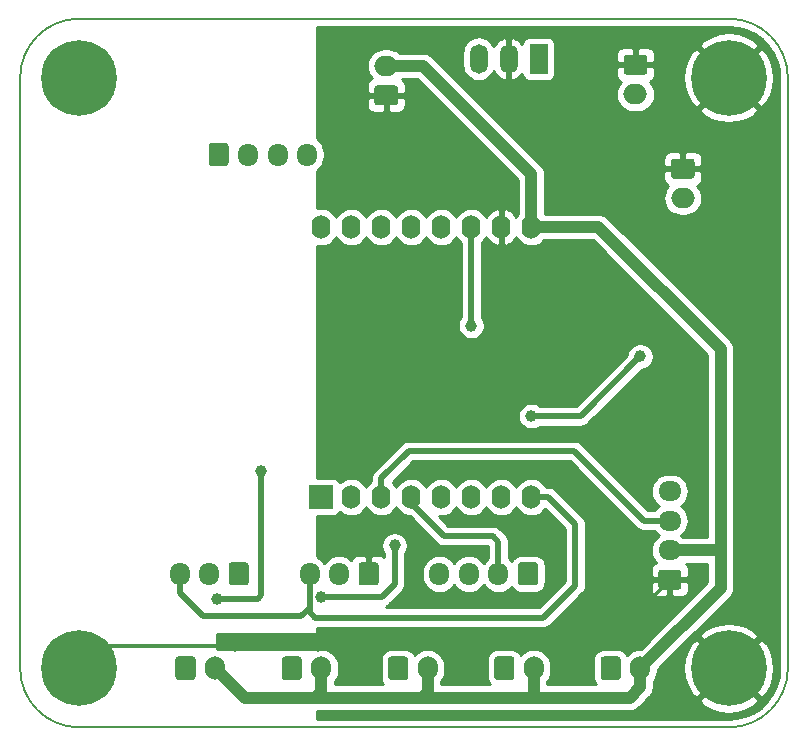
<source format=gbr>
%TF.GenerationSoftware,KiCad,Pcbnew,(5.1.9)-1*%
%TF.CreationDate,2021-06-08T13:47:19+02:00*%
%TF.ProjectId,19_WIFI_Generic,31395f57-4946-4495-9f47-656e65726963,rev?*%
%TF.SameCoordinates,Original*%
%TF.FileFunction,Copper,L1,Top*%
%TF.FilePolarity,Positive*%
%FSLAX46Y46*%
G04 Gerber Fmt 4.6, Leading zero omitted, Abs format (unit mm)*
G04 Created by KiCad (PCBNEW (5.1.9)-1) date 2021-06-08 13:47:19*
%MOMM*%
%LPD*%
G01*
G04 APERTURE LIST*
%TA.AperFunction,Profile*%
%ADD10C,0.150000*%
%TD*%
%TA.AperFunction,ComponentPad*%
%ADD11C,0.800000*%
%TD*%
%TA.AperFunction,ComponentPad*%
%ADD12C,6.400000*%
%TD*%
%TA.AperFunction,ComponentPad*%
%ADD13O,1.600000X2.000000*%
%TD*%
%TA.AperFunction,ComponentPad*%
%ADD14R,2.000000X2.000000*%
%TD*%
%TA.AperFunction,ComponentPad*%
%ADD15R,1.500000X2.500000*%
%TD*%
%TA.AperFunction,ComponentPad*%
%ADD16O,1.500000X2.500000*%
%TD*%
%TA.AperFunction,ComponentPad*%
%ADD17O,1.950000X1.700000*%
%TD*%
%TA.AperFunction,ComponentPad*%
%ADD18O,2.000000X1.700000*%
%TD*%
%TA.AperFunction,ComponentPad*%
%ADD19O,1.700000X1.950000*%
%TD*%
%TA.AperFunction,ComponentPad*%
%ADD20O,1.700000X2.000000*%
%TD*%
%TA.AperFunction,ViaPad*%
%ADD21C,1.000000*%
%TD*%
%TA.AperFunction,Conductor*%
%ADD22C,0.300000*%
%TD*%
%TA.AperFunction,Conductor*%
%ADD23C,1.000000*%
%TD*%
%TA.AperFunction,Conductor*%
%ADD24C,0.500000*%
%TD*%
%TA.AperFunction,Conductor*%
%ADD25C,0.254000*%
%TD*%
%TA.AperFunction,Conductor*%
%ADD26C,0.100000*%
%TD*%
G04 APERTURE END LIST*
D10*
X175000000Y-80000000D02*
G75*
G02*
X180000000Y-85000000I0J-5000000D01*
G01*
X180000000Y-135000000D02*
G75*
G02*
X175000000Y-140000000I-5000000J0D01*
G01*
X120000000Y-140000000D02*
G75*
G02*
X115000000Y-135000000I0J5000000D01*
G01*
X115000000Y-85000000D02*
G75*
G02*
X120000000Y-80000000I5000000J0D01*
G01*
X115000000Y-135000000D02*
X115000000Y-85000000D01*
X175000000Y-140000000D02*
X120000000Y-140000000D01*
X180000000Y-85000000D02*
X180000000Y-135000000D01*
X120000000Y-80000000D02*
X175000000Y-80000000D01*
D11*
%TO.P,H3,1*%
%TO.N,GND*%
X176697056Y-133302944D03*
X175000000Y-132600000D03*
X173302944Y-133302944D03*
X172600000Y-135000000D03*
X173302944Y-136697056D03*
X175000000Y-137400000D03*
X176697056Y-136697056D03*
X177400000Y-135000000D03*
D12*
X175000000Y-135000000D03*
%TD*%
D11*
%TO.P,H1,1*%
%TO.N,GND*%
X121697056Y-83302944D03*
X120000000Y-82600000D03*
X118302944Y-83302944D03*
X117600000Y-85000000D03*
X118302944Y-86697056D03*
X120000000Y-87400000D03*
X121697056Y-86697056D03*
X122400000Y-85000000D03*
D12*
X120000000Y-85000000D03*
%TD*%
D11*
%TO.P,H2,1*%
%TO.N,GND*%
X176697056Y-83302944D03*
X175000000Y-82600000D03*
X173302944Y-83302944D03*
X172600000Y-85000000D03*
X173302944Y-86697056D03*
X175000000Y-87400000D03*
X176697056Y-86697056D03*
X177400000Y-85000000D03*
D12*
X175000000Y-85000000D03*
%TD*%
D11*
%TO.P,H4,1*%
%TO.N,GND*%
X121697056Y-133302944D03*
X120000000Y-132600000D03*
X118302944Y-133302944D03*
X117600000Y-135000000D03*
X118302944Y-136697056D03*
X120000000Y-137400000D03*
X121697056Y-136697056D03*
X122400000Y-135000000D03*
D12*
X120000000Y-135000000D03*
%TD*%
D13*
%TO.P,U1,2*%
%TO.N,Net-(J3-Pad2)*%
X143040000Y-120500000D03*
D14*
%TO.P,U1,1*%
%TO.N,Net-(R3-Pad1)*%
X140500000Y-120500000D03*
D13*
%TO.P,U1,3*%
%TO.N,S0*%
X145580000Y-120500000D03*
%TO.P,U1,4*%
%TO.N,SCK*%
X148120000Y-120500000D03*
%TO.P,U1,5*%
%TO.N,MISO*%
X150660000Y-120500000D03*
%TO.P,U1,6*%
%TO.N,MOSI*%
X153200000Y-120500000D03*
%TO.P,U1,7*%
%TO.N,CS*%
X155740000Y-120500000D03*
%TO.P,U1,8*%
%TO.N,3V3*%
X158280000Y-120500000D03*
%TO.P,U1,9*%
%TO.N,5V*%
X158280000Y-97640000D03*
%TO.P,U1,10*%
%TO.N,GND*%
X155740000Y-97640000D03*
%TO.P,U1,11*%
%TO.N,LED_out*%
X153200000Y-97640000D03*
%TO.P,U1,12*%
%TO.N,Net-(R4-Pad2)*%
X150660000Y-97640000D03*
%TO.P,U1,13*%
%TO.N,SDA*%
X148120000Y-97640000D03*
%TO.P,U1,14*%
%TO.N,SCL*%
X145580000Y-97640000D03*
%TO.P,U1,15*%
%TO.N,Net-(U1-Pad15)*%
X143040000Y-97640000D03*
%TO.P,U1,16*%
%TO.N,Net-(U1-Pad16)*%
X140500000Y-97640000D03*
%TD*%
D15*
%TO.P,U2,1*%
%TO.N,Net-(C1-Pad1)*%
X158900000Y-83400000D03*
D16*
%TO.P,U2,2*%
%TO.N,GND*%
X156360000Y-83400000D03*
%TO.P,U2,3*%
%TO.N,Net-(D6-Pad2)*%
X153820000Y-83400000D03*
%TD*%
%TO.P,J1,1*%
%TO.N,GND*%
%TA.AperFunction,ComponentPad*%
G36*
G01*
X170725000Y-128350000D02*
X169275000Y-128350000D01*
G75*
G02*
X169025000Y-128100000I0J250000D01*
G01*
X169025000Y-126900000D01*
G75*
G02*
X169275000Y-126650000I250000J0D01*
G01*
X170725000Y-126650000D01*
G75*
G02*
X170975000Y-126900000I0J-250000D01*
G01*
X170975000Y-128100000D01*
G75*
G02*
X170725000Y-128350000I-250000J0D01*
G01*
G37*
%TD.AperFunction*%
D17*
%TO.P,J1,2*%
%TO.N,5V*%
X170000000Y-125000000D03*
%TO.P,J1,3*%
%TO.N,S0*%
X170000000Y-122500000D03*
%TO.P,J1,4*%
%TO.N,back0*%
X170000000Y-120000000D03*
%TD*%
D18*
%TO.P,J2,2*%
%TO.N,Vin*%
X167100000Y-86400000D03*
%TO.P,J2,1*%
%TO.N,GND*%
%TA.AperFunction,ComponentPad*%
G36*
G01*
X166350000Y-83050000D02*
X167850000Y-83050000D01*
G75*
G02*
X168100000Y-83300000I0J-250000D01*
G01*
X168100000Y-84500000D01*
G75*
G02*
X167850000Y-84750000I-250000J0D01*
G01*
X166350000Y-84750000D01*
G75*
G02*
X166100000Y-84500000I0J250000D01*
G01*
X166100000Y-83300000D01*
G75*
G02*
X166350000Y-83050000I250000J0D01*
G01*
G37*
%TD.AperFunction*%
%TD*%
%TO.P,J5,1*%
%TO.N,CS*%
%TA.AperFunction,ComponentPad*%
G36*
G01*
X158850000Y-126275000D02*
X158850000Y-127725000D01*
G75*
G02*
X158600000Y-127975000I-250000J0D01*
G01*
X157400000Y-127975000D01*
G75*
G02*
X157150000Y-127725000I0J250000D01*
G01*
X157150000Y-126275000D01*
G75*
G02*
X157400000Y-126025000I250000J0D01*
G01*
X158600000Y-126025000D01*
G75*
G02*
X158850000Y-126275000I0J-250000D01*
G01*
G37*
%TD.AperFunction*%
D19*
%TO.P,J5,2*%
%TO.N,SCK*%
X155500000Y-127000000D03*
%TO.P,J5,3*%
%TO.N,MOSI*%
X153000000Y-127000000D03*
%TO.P,J5,4*%
%TO.N,MISO*%
X150500000Y-127000000D03*
%TD*%
%TO.P,J6,4*%
%TO.N,SDA*%
X139300000Y-91500000D03*
%TO.P,J6,3*%
%TO.N,SCL*%
X136800000Y-91500000D03*
%TO.P,J6,2*%
%TO.N,Net-(J6-Pad2)*%
X134300000Y-91500000D03*
%TO.P,J6,1*%
%TO.N,GND*%
%TA.AperFunction,ComponentPad*%
G36*
G01*
X130950000Y-92225000D02*
X130950000Y-90775000D01*
G75*
G02*
X131200000Y-90525000I250000J0D01*
G01*
X132400000Y-90525000D01*
G75*
G02*
X132650000Y-90775000I0J-250000D01*
G01*
X132650000Y-92225000D01*
G75*
G02*
X132400000Y-92475000I-250000J0D01*
G01*
X131200000Y-92475000D01*
G75*
G02*
X130950000Y-92225000I0J250000D01*
G01*
G37*
%TD.AperFunction*%
%TD*%
%TO.P,J7,1*%
%TO.N,GND*%
%TA.AperFunction,ComponentPad*%
G36*
G01*
X145350000Y-126275000D02*
X145350000Y-127725000D01*
G75*
G02*
X145100000Y-127975000I-250000J0D01*
G01*
X143900000Y-127975000D01*
G75*
G02*
X143650000Y-127725000I0J250000D01*
G01*
X143650000Y-126275000D01*
G75*
G02*
X143900000Y-126025000I250000J0D01*
G01*
X145100000Y-126025000D01*
G75*
G02*
X145350000Y-126275000I0J-250000D01*
G01*
G37*
%TD.AperFunction*%
%TO.P,J7,2*%
%TO.N,Net-(J7-Pad2)*%
X142000000Y-127000000D03*
%TO.P,J7,3*%
%TO.N,3V3*%
X139500000Y-127000000D03*
%TD*%
%TO.P,J8,1*%
%TO.N,GND*%
%TA.AperFunction,ComponentPad*%
G36*
G01*
X170350000Y-91850000D02*
X171850000Y-91850000D01*
G75*
G02*
X172100000Y-92100000I0J-250000D01*
G01*
X172100000Y-93300000D01*
G75*
G02*
X171850000Y-93550000I-250000J0D01*
G01*
X170350000Y-93550000D01*
G75*
G02*
X170100000Y-93300000I0J250000D01*
G01*
X170100000Y-92100000D01*
G75*
G02*
X170350000Y-91850000I250000J0D01*
G01*
G37*
%TD.AperFunction*%
D18*
%TO.P,J8,2*%
%TO.N,bouton1*%
X171100000Y-95200000D03*
%TD*%
%TO.P,J9,1*%
%TO.N,Net-(J9-Pad1)*%
%TA.AperFunction,ComponentPad*%
G36*
G01*
X164150000Y-135750000D02*
X164150000Y-134250000D01*
G75*
G02*
X164400000Y-134000000I250000J0D01*
G01*
X165600000Y-134000000D01*
G75*
G02*
X165850000Y-134250000I0J-250000D01*
G01*
X165850000Y-135750000D01*
G75*
G02*
X165600000Y-136000000I-250000J0D01*
G01*
X164400000Y-136000000D01*
G75*
G02*
X164150000Y-135750000I0J250000D01*
G01*
G37*
%TD.AperFunction*%
D20*
%TO.P,J9,2*%
%TO.N,5V*%
X167500000Y-135000000D03*
%TD*%
%TO.P,J10,2*%
%TO.N,5V*%
X131500000Y-135000000D03*
%TO.P,J10,1*%
%TO.N,Net-(D1-Pad2)*%
%TA.AperFunction,ComponentPad*%
G36*
G01*
X128150000Y-135750000D02*
X128150000Y-134250000D01*
G75*
G02*
X128400000Y-134000000I250000J0D01*
G01*
X129600000Y-134000000D01*
G75*
G02*
X129850000Y-134250000I0J-250000D01*
G01*
X129850000Y-135750000D01*
G75*
G02*
X129600000Y-136000000I-250000J0D01*
G01*
X128400000Y-136000000D01*
G75*
G02*
X128150000Y-135750000I0J250000D01*
G01*
G37*
%TD.AperFunction*%
%TD*%
%TO.P,J11,1*%
%TO.N,Net-(D2-Pad2)*%
%TA.AperFunction,ComponentPad*%
G36*
G01*
X137150000Y-135750000D02*
X137150000Y-134250000D01*
G75*
G02*
X137400000Y-134000000I250000J0D01*
G01*
X138600000Y-134000000D01*
G75*
G02*
X138850000Y-134250000I0J-250000D01*
G01*
X138850000Y-135750000D01*
G75*
G02*
X138600000Y-136000000I-250000J0D01*
G01*
X137400000Y-136000000D01*
G75*
G02*
X137150000Y-135750000I0J250000D01*
G01*
G37*
%TD.AperFunction*%
%TO.P,J11,2*%
%TO.N,5V*%
X140500000Y-135000000D03*
%TD*%
%TO.P,J12,1*%
%TO.N,Net-(D3-Pad2)*%
%TA.AperFunction,ComponentPad*%
G36*
G01*
X146150000Y-135750000D02*
X146150000Y-134250000D01*
G75*
G02*
X146400000Y-134000000I250000J0D01*
G01*
X147600000Y-134000000D01*
G75*
G02*
X147850000Y-134250000I0J-250000D01*
G01*
X147850000Y-135750000D01*
G75*
G02*
X147600000Y-136000000I-250000J0D01*
G01*
X146400000Y-136000000D01*
G75*
G02*
X146150000Y-135750000I0J250000D01*
G01*
G37*
%TD.AperFunction*%
%TO.P,J12,2*%
%TO.N,5V*%
X149500000Y-135000000D03*
%TD*%
%TO.P,J13,2*%
%TO.N,5V*%
X158500000Y-135000000D03*
%TO.P,J13,1*%
%TO.N,Net-(D4-Pad2)*%
%TA.AperFunction,ComponentPad*%
G36*
G01*
X155150000Y-135750000D02*
X155150000Y-134250000D01*
G75*
G02*
X155400000Y-134000000I250000J0D01*
G01*
X156600000Y-134000000D01*
G75*
G02*
X156850000Y-134250000I0J-250000D01*
G01*
X156850000Y-135750000D01*
G75*
G02*
X156600000Y-136000000I-250000J0D01*
G01*
X155400000Y-136000000D01*
G75*
G02*
X155150000Y-135750000I0J250000D01*
G01*
G37*
%TD.AperFunction*%
%TD*%
%TO.P,J15,1*%
%TO.N,GND*%
%TA.AperFunction,ComponentPad*%
G36*
G01*
X146750000Y-87350000D02*
X145250000Y-87350000D01*
G75*
G02*
X145000000Y-87100000I0J250000D01*
G01*
X145000000Y-85900000D01*
G75*
G02*
X145250000Y-85650000I250000J0D01*
G01*
X146750000Y-85650000D01*
G75*
G02*
X147000000Y-85900000I0J-250000D01*
G01*
X147000000Y-87100000D01*
G75*
G02*
X146750000Y-87350000I-250000J0D01*
G01*
G37*
%TD.AperFunction*%
D18*
%TO.P,J15,2*%
%TO.N,5V*%
X146000000Y-84000000D03*
%TD*%
%TO.P,J3,1*%
%TO.N,GND*%
%TA.AperFunction,ComponentPad*%
G36*
G01*
X134350000Y-126275000D02*
X134350000Y-127725000D01*
G75*
G02*
X134100000Y-127975000I-250000J0D01*
G01*
X132900000Y-127975000D01*
G75*
G02*
X132650000Y-127725000I0J250000D01*
G01*
X132650000Y-126275000D01*
G75*
G02*
X132900000Y-126025000I250000J0D01*
G01*
X134100000Y-126025000D01*
G75*
G02*
X134350000Y-126275000I0J-250000D01*
G01*
G37*
%TD.AperFunction*%
D19*
%TO.P,J3,2*%
%TO.N,Net-(J3-Pad2)*%
X131000000Y-127000000D03*
%TO.P,J3,3*%
%TO.N,3V3*%
X128500000Y-127000000D03*
%TD*%
D21*
%TO.N,GND*%
X160500000Y-133100000D03*
X151200000Y-133100000D03*
X142000000Y-133100000D03*
X133200000Y-133100000D03*
X151000000Y-112000000D03*
%TO.N,3V3*%
X167500000Y-108600000D03*
X158280000Y-113646000D03*
%TO.N,LED_out*%
X153200000Y-106000000D03*
%TO.N,Net-(R17-Pad2)*%
X135400000Y-118300000D03*
X131700000Y-129100000D03*
%TO.N,Net-(R19-Pad2)*%
X146700000Y-124600000D03*
X140500000Y-129000000D03*
%TD*%
D22*
%TO.N,GND*%
X164400000Y-133100000D02*
X170000000Y-127500000D01*
X160500000Y-133100000D02*
X164400000Y-133100000D01*
X160500000Y-133100000D02*
X151200000Y-133100000D01*
X151200000Y-133100000D02*
X142000000Y-133100000D01*
X142000000Y-133100000D02*
X133200000Y-133100000D01*
X121900000Y-133100000D02*
X120000000Y-135000000D01*
X133200000Y-133100000D02*
X121900000Y-133100000D01*
X155740000Y-97640000D02*
X155740000Y-107260000D01*
X155740000Y-107260000D02*
X151000000Y-112000000D01*
D23*
%TO.N,5V*%
X167500000Y-136600000D02*
X167500000Y-135000000D01*
X166600000Y-137500000D02*
X167500000Y-136600000D01*
X158500000Y-137300000D02*
X158300000Y-137500000D01*
X158500000Y-135000000D02*
X158500000Y-137300000D01*
X158300000Y-137500000D02*
X166600000Y-137500000D01*
X149500000Y-137000000D02*
X149000000Y-137500000D01*
X149500000Y-135000000D02*
X149500000Y-137000000D01*
X149000000Y-137500000D02*
X158300000Y-137500000D01*
X140500000Y-137000000D02*
X140000000Y-137500000D01*
X140500000Y-135000000D02*
X140500000Y-137000000D01*
X140000000Y-137500000D02*
X149000000Y-137500000D01*
X134000000Y-137500000D02*
X131500000Y-135000000D01*
X140000000Y-137500000D02*
X134000000Y-137500000D01*
X146000000Y-84000000D02*
X149100000Y-84000000D01*
X158280000Y-93180000D02*
X158280000Y-97640000D01*
X149100000Y-84000000D02*
X158280000Y-93180000D01*
X158280000Y-97640000D02*
X163940000Y-97640000D01*
X163940000Y-97640000D02*
X174300000Y-108000000D01*
X174300000Y-108000000D02*
X174300000Y-123700000D01*
X167500000Y-135000000D02*
X174300000Y-128200000D01*
X174200000Y-125000000D02*
X174300000Y-125100000D01*
X172500000Y-125000000D02*
X174200000Y-125000000D01*
X174300000Y-128200000D02*
X174300000Y-125100000D01*
X174300000Y-125100000D02*
X174300000Y-123700000D01*
X173000000Y-125000000D02*
X172500000Y-125000000D01*
X172500000Y-125000000D02*
X170000000Y-125000000D01*
D24*
%TO.N,S0*%
X145580000Y-120500000D02*
X145580000Y-118920000D01*
X145580000Y-118920000D02*
X147900000Y-116600000D01*
X147900000Y-116600000D02*
X161900000Y-116600000D01*
X167800000Y-122500000D02*
X170000000Y-122500000D01*
X161900000Y-116600000D02*
X167800000Y-122500000D01*
%TO.N,3V3*%
X162454000Y-113646000D02*
X158280000Y-113646000D01*
X167500000Y-108600000D02*
X162454000Y-113646000D01*
X128500000Y-127000000D02*
X128500000Y-128600000D01*
X128500000Y-128600000D02*
X130500000Y-130600000D01*
X130500000Y-130600000D02*
X136900000Y-130600000D01*
X139500000Y-128000000D02*
X139500000Y-127000000D01*
X158280000Y-120500000D02*
X159700000Y-120500000D01*
X159700000Y-120500000D02*
X162000000Y-122800000D01*
X162000000Y-122800000D02*
X162000000Y-128000000D01*
X162000000Y-128000000D02*
X159300000Y-130700000D01*
X159300000Y-130700000D02*
X140000000Y-130700000D01*
X140000000Y-130700000D02*
X139500000Y-130200000D01*
X138800000Y-130600000D02*
X139500000Y-129900000D01*
X136900000Y-130600000D02*
X138800000Y-130600000D01*
X139500000Y-129900000D02*
X139500000Y-127000000D01*
X139500000Y-130200000D02*
X139500000Y-129900000D01*
%TO.N,LED_out*%
X153200000Y-106000000D02*
X153200000Y-97640000D01*
%TO.N,SCK*%
X148120000Y-120500000D02*
X148120000Y-121020000D01*
X148120000Y-121020000D02*
X150900000Y-123800000D01*
X150900000Y-123800000D02*
X155000000Y-123800000D01*
X155500000Y-124300000D02*
X155500000Y-127000000D01*
X155000000Y-123800000D02*
X155500000Y-124300000D01*
%TO.N,Net-(R17-Pad2)*%
X135400000Y-118300000D02*
X135400000Y-128800000D01*
X135100000Y-129100000D02*
X131700000Y-129100000D01*
X135400000Y-128800000D02*
X135100000Y-129100000D01*
%TO.N,Net-(R19-Pad2)*%
X146700000Y-127900000D02*
X146700000Y-124600000D01*
X145600000Y-129000000D02*
X146700000Y-127900000D01*
X140500000Y-129000000D02*
X145600000Y-129000000D01*
%TD*%
D25*
%TO.N,GND*%
X175759192Y-80780578D02*
X176494389Y-80981705D01*
X177182351Y-81309846D01*
X177801331Y-81754628D01*
X178331761Y-82301988D01*
X178756884Y-82934639D01*
X179063251Y-83632561D01*
X179242499Y-84379183D01*
X179290000Y-85026030D01*
X179290001Y-134968370D01*
X179219422Y-135759193D01*
X179018295Y-136494389D01*
X178690152Y-137182355D01*
X178245374Y-137801328D01*
X177698012Y-138331761D01*
X177065362Y-138756883D01*
X176367439Y-139063251D01*
X175620819Y-139242499D01*
X174973970Y-139290000D01*
X140127000Y-139290000D01*
X140127000Y-138635000D01*
X148944249Y-138635000D01*
X149000000Y-138640491D01*
X149055751Y-138635000D01*
X158244249Y-138635000D01*
X158300000Y-138640491D01*
X158355751Y-138635000D01*
X166544249Y-138635000D01*
X166600000Y-138640491D01*
X166655751Y-138635000D01*
X166655752Y-138635000D01*
X166822499Y-138618577D01*
X167036447Y-138553676D01*
X167233623Y-138448284D01*
X167406449Y-138306449D01*
X167441995Y-138263136D01*
X168004250Y-137700881D01*
X172478724Y-137700881D01*
X172838912Y-138190548D01*
X173502882Y-138550849D01*
X174224385Y-138774694D01*
X174975695Y-138853480D01*
X175727938Y-138784178D01*
X176452208Y-138569452D01*
X177120670Y-138217555D01*
X177161088Y-138190548D01*
X177521276Y-137700881D01*
X175000000Y-135179605D01*
X172478724Y-137700881D01*
X168004250Y-137700881D01*
X168263140Y-137441992D01*
X168306449Y-137406449D01*
X168448284Y-137233623D01*
X168553676Y-137036447D01*
X168618577Y-136822499D01*
X168635000Y-136655752D01*
X168635000Y-136655745D01*
X168640490Y-136600001D01*
X168635000Y-136544257D01*
X168635000Y-136107817D01*
X168740706Y-135979014D01*
X168878599Y-135721033D01*
X168963513Y-135441110D01*
X168985000Y-135222949D01*
X168985000Y-135120131D01*
X169129436Y-134975695D01*
X171146520Y-134975695D01*
X171215822Y-135727938D01*
X171430548Y-136452208D01*
X171782445Y-137120670D01*
X171809452Y-137161088D01*
X172299119Y-137521276D01*
X174820395Y-135000000D01*
X175179605Y-135000000D01*
X177700881Y-137521276D01*
X178190548Y-137161088D01*
X178550849Y-136497118D01*
X178774694Y-135775615D01*
X178853480Y-135024305D01*
X178784178Y-134272062D01*
X178569452Y-133547792D01*
X178217555Y-132879330D01*
X178190548Y-132838912D01*
X177700881Y-132478724D01*
X175179605Y-135000000D01*
X174820395Y-135000000D01*
X172299119Y-132478724D01*
X171809452Y-132838912D01*
X171449151Y-133502882D01*
X171225306Y-134224385D01*
X171146520Y-134975695D01*
X169129436Y-134975695D01*
X171806012Y-132299119D01*
X172478724Y-132299119D01*
X175000000Y-134820395D01*
X177521276Y-132299119D01*
X177161088Y-131809452D01*
X176497118Y-131449151D01*
X175775615Y-131225306D01*
X175024305Y-131146520D01*
X174272062Y-131215822D01*
X173547792Y-131430548D01*
X172879330Y-131782445D01*
X172838912Y-131809452D01*
X172478724Y-132299119D01*
X171806012Y-132299119D01*
X175063141Y-129041991D01*
X175106449Y-129006449D01*
X175248284Y-128833623D01*
X175353676Y-128636447D01*
X175406480Y-128462376D01*
X175418577Y-128422500D01*
X175423631Y-128371183D01*
X175435000Y-128255752D01*
X175435000Y-128255745D01*
X175440490Y-128200001D01*
X175435000Y-128144257D01*
X175435000Y-125155741D01*
X175440490Y-125099999D01*
X175435000Y-125044258D01*
X175435000Y-108055752D01*
X175440491Y-108000000D01*
X175418577Y-107777501D01*
X175353676Y-107563553D01*
X175248284Y-107366377D01*
X175141989Y-107236856D01*
X175141987Y-107236854D01*
X175106449Y-107193551D01*
X175063146Y-107158013D01*
X164781996Y-96876865D01*
X164746449Y-96833551D01*
X164573623Y-96691716D01*
X164376447Y-96586324D01*
X164162499Y-96521423D01*
X163995752Y-96505000D01*
X163995751Y-96505000D01*
X163940000Y-96499509D01*
X163884249Y-96505000D01*
X159415000Y-96505000D01*
X159415000Y-95200000D01*
X169457815Y-95200000D01*
X169486487Y-95491111D01*
X169571401Y-95771034D01*
X169709294Y-96029014D01*
X169894866Y-96255134D01*
X170120986Y-96440706D01*
X170378966Y-96578599D01*
X170658889Y-96663513D01*
X170877050Y-96685000D01*
X171322950Y-96685000D01*
X171541111Y-96663513D01*
X171821034Y-96578599D01*
X172079014Y-96440706D01*
X172305134Y-96255134D01*
X172490706Y-96029014D01*
X172628599Y-95771034D01*
X172713513Y-95491111D01*
X172742185Y-95200000D01*
X172713513Y-94908889D01*
X172628599Y-94628966D01*
X172490706Y-94370986D01*
X172309392Y-94150055D01*
X172344180Y-94139502D01*
X172454494Y-94080537D01*
X172551185Y-94001185D01*
X172630537Y-93904494D01*
X172689502Y-93794180D01*
X172725812Y-93674482D01*
X172738072Y-93550000D01*
X172735000Y-92985750D01*
X172576250Y-92827000D01*
X171227000Y-92827000D01*
X171227000Y-92847000D01*
X170973000Y-92847000D01*
X170973000Y-92827000D01*
X169623750Y-92827000D01*
X169465000Y-92985750D01*
X169461928Y-93550000D01*
X169474188Y-93674482D01*
X169510498Y-93794180D01*
X169569463Y-93904494D01*
X169648815Y-94001185D01*
X169745506Y-94080537D01*
X169855820Y-94139502D01*
X169890608Y-94150055D01*
X169709294Y-94370986D01*
X169571401Y-94628966D01*
X169486487Y-94908889D01*
X169457815Y-95200000D01*
X159415000Y-95200000D01*
X159415000Y-93235752D01*
X159420491Y-93180000D01*
X159398577Y-92957501D01*
X159333676Y-92743553D01*
X159228284Y-92546377D01*
X159121989Y-92416856D01*
X159121987Y-92416854D01*
X159086449Y-92373551D01*
X159043146Y-92338013D01*
X158555133Y-91850000D01*
X169461928Y-91850000D01*
X169465000Y-92414250D01*
X169623750Y-92573000D01*
X170973000Y-92573000D01*
X170973000Y-91373750D01*
X171227000Y-91373750D01*
X171227000Y-92573000D01*
X172576250Y-92573000D01*
X172735000Y-92414250D01*
X172738072Y-91850000D01*
X172725812Y-91725518D01*
X172689502Y-91605820D01*
X172630537Y-91495506D01*
X172551185Y-91398815D01*
X172454494Y-91319463D01*
X172344180Y-91260498D01*
X172224482Y-91224188D01*
X172100000Y-91211928D01*
X171385750Y-91215000D01*
X171227000Y-91373750D01*
X170973000Y-91373750D01*
X170814250Y-91215000D01*
X170100000Y-91211928D01*
X169975518Y-91224188D01*
X169855820Y-91260498D01*
X169745506Y-91319463D01*
X169648815Y-91398815D01*
X169569463Y-91495506D01*
X169510498Y-91605820D01*
X169474188Y-91725518D01*
X169461928Y-91850000D01*
X158555133Y-91850000D01*
X153105132Y-86400000D01*
X165457815Y-86400000D01*
X165486487Y-86691111D01*
X165571401Y-86971034D01*
X165709294Y-87229014D01*
X165894866Y-87455134D01*
X166120986Y-87640706D01*
X166378966Y-87778599D01*
X166658889Y-87863513D01*
X166877050Y-87885000D01*
X167322950Y-87885000D01*
X167541111Y-87863513D01*
X167821034Y-87778599D01*
X167966434Y-87700881D01*
X172478724Y-87700881D01*
X172838912Y-88190548D01*
X173502882Y-88550849D01*
X174224385Y-88774694D01*
X174975695Y-88853480D01*
X175727938Y-88784178D01*
X176452208Y-88569452D01*
X177120670Y-88217555D01*
X177161088Y-88190548D01*
X177521276Y-87700881D01*
X175000000Y-85179605D01*
X172478724Y-87700881D01*
X167966434Y-87700881D01*
X168079014Y-87640706D01*
X168305134Y-87455134D01*
X168490706Y-87229014D01*
X168628599Y-86971034D01*
X168713513Y-86691111D01*
X168742185Y-86400000D01*
X168713513Y-86108889D01*
X168628599Y-85828966D01*
X168490706Y-85570986D01*
X168309392Y-85350055D01*
X168344180Y-85339502D01*
X168454494Y-85280537D01*
X168551185Y-85201185D01*
X168630537Y-85104494D01*
X168689502Y-84994180D01*
X168695109Y-84975695D01*
X171146520Y-84975695D01*
X171215822Y-85727938D01*
X171430548Y-86452208D01*
X171782445Y-87120670D01*
X171809452Y-87161088D01*
X172299119Y-87521276D01*
X174820395Y-85000000D01*
X175179605Y-85000000D01*
X177700881Y-87521276D01*
X178190548Y-87161088D01*
X178550849Y-86497118D01*
X178774694Y-85775615D01*
X178853480Y-85024305D01*
X178784178Y-84272062D01*
X178569452Y-83547792D01*
X178217555Y-82879330D01*
X178190548Y-82838912D01*
X177700881Y-82478724D01*
X175179605Y-85000000D01*
X174820395Y-85000000D01*
X172299119Y-82478724D01*
X171809452Y-82838912D01*
X171449151Y-83502882D01*
X171225306Y-84224385D01*
X171146520Y-84975695D01*
X168695109Y-84975695D01*
X168725812Y-84874482D01*
X168738072Y-84750000D01*
X168735000Y-84185750D01*
X168576250Y-84027000D01*
X167227000Y-84027000D01*
X167227000Y-84047000D01*
X166973000Y-84047000D01*
X166973000Y-84027000D01*
X165623750Y-84027000D01*
X165465000Y-84185750D01*
X165461928Y-84750000D01*
X165474188Y-84874482D01*
X165510498Y-84994180D01*
X165569463Y-85104494D01*
X165648815Y-85201185D01*
X165745506Y-85280537D01*
X165855820Y-85339502D01*
X165890608Y-85350055D01*
X165709294Y-85570986D01*
X165571401Y-85828966D01*
X165486487Y-86108889D01*
X165457815Y-86400000D01*
X153105132Y-86400000D01*
X149941996Y-83236865D01*
X149906449Y-83193551D01*
X149733623Y-83051716D01*
X149536447Y-82946324D01*
X149322499Y-82881423D01*
X149155752Y-82865000D01*
X149155751Y-82865000D01*
X149100000Y-82859509D01*
X149044249Y-82865000D01*
X147107817Y-82865000D01*
X147067562Y-82831963D01*
X152435000Y-82831963D01*
X152435000Y-83968036D01*
X152455040Y-84171506D01*
X152534236Y-84432580D01*
X152662843Y-84673187D01*
X152835919Y-84884080D01*
X153046812Y-85057157D01*
X153287419Y-85185764D01*
X153548493Y-85264960D01*
X153820000Y-85291701D01*
X154091506Y-85264960D01*
X154352580Y-85185764D01*
X154593187Y-85057157D01*
X154804080Y-84884081D01*
X154977157Y-84673188D01*
X155092486Y-84457422D01*
X155129028Y-84547349D01*
X155278972Y-84775061D01*
X155470460Y-84969145D01*
X155696132Y-85122142D01*
X155947316Y-85228173D01*
X156018815Y-85242318D01*
X156233000Y-85119656D01*
X156233000Y-83527000D01*
X156213000Y-83527000D01*
X156213000Y-83273000D01*
X156233000Y-83273000D01*
X156233000Y-81680344D01*
X156487000Y-81680344D01*
X156487000Y-83273000D01*
X156507000Y-83273000D01*
X156507000Y-83527000D01*
X156487000Y-83527000D01*
X156487000Y-85119656D01*
X156701185Y-85242318D01*
X156772684Y-85228173D01*
X157023868Y-85122142D01*
X157249540Y-84969145D01*
X157441028Y-84775061D01*
X157513418Y-84665126D01*
X157524188Y-84774482D01*
X157560498Y-84894180D01*
X157619463Y-85004494D01*
X157698815Y-85101185D01*
X157795506Y-85180537D01*
X157905820Y-85239502D01*
X158025518Y-85275812D01*
X158150000Y-85288072D01*
X159650000Y-85288072D01*
X159774482Y-85275812D01*
X159894180Y-85239502D01*
X160004494Y-85180537D01*
X160101185Y-85101185D01*
X160180537Y-85004494D01*
X160239502Y-84894180D01*
X160275812Y-84774482D01*
X160288072Y-84650000D01*
X160288072Y-83050000D01*
X165461928Y-83050000D01*
X165465000Y-83614250D01*
X165623750Y-83773000D01*
X166973000Y-83773000D01*
X166973000Y-82573750D01*
X167227000Y-82573750D01*
X167227000Y-83773000D01*
X168576250Y-83773000D01*
X168735000Y-83614250D01*
X168738072Y-83050000D01*
X168725812Y-82925518D01*
X168689502Y-82805820D01*
X168630537Y-82695506D01*
X168551185Y-82598815D01*
X168454494Y-82519463D01*
X168344180Y-82460498D01*
X168224482Y-82424188D01*
X168100000Y-82411928D01*
X167385750Y-82415000D01*
X167227000Y-82573750D01*
X166973000Y-82573750D01*
X166814250Y-82415000D01*
X166100000Y-82411928D01*
X165975518Y-82424188D01*
X165855820Y-82460498D01*
X165745506Y-82519463D01*
X165648815Y-82598815D01*
X165569463Y-82695506D01*
X165510498Y-82805820D01*
X165474188Y-82925518D01*
X165461928Y-83050000D01*
X160288072Y-83050000D01*
X160288072Y-82299119D01*
X172478724Y-82299119D01*
X175000000Y-84820395D01*
X177521276Y-82299119D01*
X177161088Y-81809452D01*
X176497118Y-81449151D01*
X175775615Y-81225306D01*
X175024305Y-81146520D01*
X174272062Y-81215822D01*
X173547792Y-81430548D01*
X172879330Y-81782445D01*
X172838912Y-81809452D01*
X172478724Y-82299119D01*
X160288072Y-82299119D01*
X160288072Y-82150000D01*
X160275812Y-82025518D01*
X160239502Y-81905820D01*
X160180537Y-81795506D01*
X160101185Y-81698815D01*
X160004494Y-81619463D01*
X159894180Y-81560498D01*
X159774482Y-81524188D01*
X159650000Y-81511928D01*
X158150000Y-81511928D01*
X158025518Y-81524188D01*
X157905820Y-81560498D01*
X157795506Y-81619463D01*
X157698815Y-81698815D01*
X157619463Y-81795506D01*
X157560498Y-81905820D01*
X157524188Y-82025518D01*
X157513418Y-82134874D01*
X157441028Y-82024939D01*
X157249540Y-81830855D01*
X157023868Y-81677858D01*
X156772684Y-81571827D01*
X156701185Y-81557682D01*
X156487000Y-81680344D01*
X156233000Y-81680344D01*
X156018815Y-81557682D01*
X155947316Y-81571827D01*
X155696132Y-81677858D01*
X155470460Y-81830855D01*
X155278972Y-82024939D01*
X155129028Y-82252651D01*
X155092486Y-82342578D01*
X154977157Y-82126812D01*
X154804081Y-81915919D01*
X154593188Y-81742843D01*
X154352581Y-81614236D01*
X154091507Y-81535040D01*
X153820000Y-81508299D01*
X153548494Y-81535040D01*
X153287420Y-81614236D01*
X153046813Y-81742843D01*
X152835920Y-81915919D01*
X152662843Y-82126812D01*
X152534236Y-82367419D01*
X152455040Y-82628493D01*
X152435000Y-82831963D01*
X147067562Y-82831963D01*
X146979014Y-82759294D01*
X146721034Y-82621401D01*
X146441111Y-82536487D01*
X146222950Y-82515000D01*
X145777050Y-82515000D01*
X145558889Y-82536487D01*
X145278966Y-82621401D01*
X145020986Y-82759294D01*
X144794866Y-82944866D01*
X144609294Y-83170986D01*
X144471401Y-83428966D01*
X144386487Y-83708889D01*
X144357815Y-84000000D01*
X144386487Y-84291111D01*
X144471401Y-84571034D01*
X144609294Y-84829014D01*
X144790608Y-85049945D01*
X144755820Y-85060498D01*
X144645506Y-85119463D01*
X144548815Y-85198815D01*
X144469463Y-85295506D01*
X144410498Y-85405820D01*
X144374188Y-85525518D01*
X144361928Y-85650000D01*
X144365000Y-86214250D01*
X144523750Y-86373000D01*
X145873000Y-86373000D01*
X145873000Y-86353000D01*
X146127000Y-86353000D01*
X146127000Y-86373000D01*
X147476250Y-86373000D01*
X147635000Y-86214250D01*
X147638072Y-85650000D01*
X147625812Y-85525518D01*
X147589502Y-85405820D01*
X147530537Y-85295506D01*
X147451185Y-85198815D01*
X147373426Y-85135000D01*
X148629869Y-85135000D01*
X157145000Y-93650133D01*
X157145001Y-96560998D01*
X157081068Y-96638900D01*
X157011878Y-96768345D01*
X157004430Y-96750773D01*
X156845673Y-96517338D01*
X156644425Y-96319361D01*
X156408421Y-96164449D01*
X156146730Y-96058556D01*
X156089039Y-96048096D01*
X155867000Y-96170085D01*
X155867000Y-97513000D01*
X155887000Y-97513000D01*
X155887000Y-97767000D01*
X155867000Y-97767000D01*
X155867000Y-99109915D01*
X156089039Y-99231904D01*
X156146730Y-99221444D01*
X156408421Y-99115551D01*
X156644425Y-98960639D01*
X156845673Y-98762662D01*
X157004430Y-98529227D01*
X157011878Y-98511655D01*
X157081068Y-98641101D01*
X157260393Y-98859608D01*
X157478900Y-99038932D01*
X157728193Y-99172182D01*
X157998692Y-99254236D01*
X158280000Y-99281943D01*
X158561309Y-99254236D01*
X158831808Y-99172182D01*
X159081101Y-99038932D01*
X159299608Y-98859608D01*
X159369044Y-98775000D01*
X163469869Y-98775000D01*
X173165000Y-108470133D01*
X173165001Y-123644238D01*
X173165000Y-123644248D01*
X173165000Y-123865000D01*
X171082817Y-123865000D01*
X170954014Y-123759294D01*
X170936626Y-123750000D01*
X170954014Y-123740706D01*
X171180134Y-123555134D01*
X171365706Y-123329014D01*
X171503599Y-123071034D01*
X171588513Y-122791111D01*
X171617185Y-122500000D01*
X171588513Y-122208889D01*
X171503599Y-121928966D01*
X171365706Y-121670986D01*
X171180134Y-121444866D01*
X170954014Y-121259294D01*
X170936626Y-121250000D01*
X170954014Y-121240706D01*
X171180134Y-121055134D01*
X171365706Y-120829014D01*
X171503599Y-120571034D01*
X171588513Y-120291111D01*
X171617185Y-120000000D01*
X171588513Y-119708889D01*
X171503599Y-119428966D01*
X171365706Y-119170986D01*
X171180134Y-118944866D01*
X170954014Y-118759294D01*
X170696034Y-118621401D01*
X170416111Y-118536487D01*
X170197950Y-118515000D01*
X169802050Y-118515000D01*
X169583889Y-118536487D01*
X169303966Y-118621401D01*
X169045986Y-118759294D01*
X168819866Y-118944866D01*
X168634294Y-119170986D01*
X168496401Y-119428966D01*
X168411487Y-119708889D01*
X168382815Y-120000000D01*
X168411487Y-120291111D01*
X168496401Y-120571034D01*
X168634294Y-120829014D01*
X168819866Y-121055134D01*
X169045986Y-121240706D01*
X169063374Y-121250000D01*
X169045986Y-121259294D01*
X168819866Y-121444866D01*
X168680241Y-121615000D01*
X168166579Y-121615000D01*
X162556534Y-116004956D01*
X162528817Y-115971183D01*
X162394059Y-115860589D01*
X162240313Y-115778411D01*
X162073490Y-115727805D01*
X161943477Y-115715000D01*
X161943469Y-115715000D01*
X161900000Y-115710719D01*
X161856531Y-115715000D01*
X147943465Y-115715000D01*
X147899999Y-115710719D01*
X147856533Y-115715000D01*
X147856523Y-115715000D01*
X147726510Y-115727805D01*
X147559687Y-115778411D01*
X147405941Y-115860589D01*
X147405939Y-115860590D01*
X147405940Y-115860590D01*
X147304953Y-115943468D01*
X147304951Y-115943470D01*
X147271183Y-115971183D01*
X147243470Y-116004951D01*
X144984951Y-118263471D01*
X144951184Y-118291183D01*
X144923471Y-118324951D01*
X144923468Y-118324954D01*
X144840590Y-118425941D01*
X144758412Y-118579687D01*
X144707805Y-118746510D01*
X144690719Y-118920000D01*
X144695001Y-118963479D01*
X144695001Y-119169922D01*
X144560392Y-119280393D01*
X144381068Y-119498900D01*
X144310000Y-119631858D01*
X144238932Y-119498899D01*
X144059607Y-119280392D01*
X143841100Y-119101068D01*
X143591807Y-118967818D01*
X143321308Y-118885764D01*
X143040000Y-118858057D01*
X142758691Y-118885764D01*
X142488192Y-118967818D01*
X142238899Y-119101068D01*
X142077559Y-119233477D01*
X142030537Y-119145506D01*
X141951185Y-119048815D01*
X141854494Y-118969463D01*
X141744180Y-118910498D01*
X141624482Y-118874188D01*
X141500000Y-118861928D01*
X140127000Y-118861928D01*
X140127000Y-113534212D01*
X157145000Y-113534212D01*
X157145000Y-113757788D01*
X157188617Y-113977067D01*
X157274176Y-114183624D01*
X157398388Y-114369520D01*
X157556480Y-114527612D01*
X157742376Y-114651824D01*
X157948933Y-114737383D01*
X158168212Y-114781000D01*
X158391788Y-114781000D01*
X158611067Y-114737383D01*
X158817624Y-114651824D01*
X158998450Y-114531000D01*
X162410531Y-114531000D01*
X162454000Y-114535281D01*
X162497469Y-114531000D01*
X162497477Y-114531000D01*
X162627490Y-114518195D01*
X162794313Y-114467589D01*
X162948059Y-114385411D01*
X163082817Y-114274817D01*
X163110534Y-114241044D01*
X167617768Y-109733810D01*
X167831067Y-109691383D01*
X168037624Y-109605824D01*
X168223520Y-109481612D01*
X168381612Y-109323520D01*
X168505824Y-109137624D01*
X168591383Y-108931067D01*
X168635000Y-108711788D01*
X168635000Y-108488212D01*
X168591383Y-108268933D01*
X168505824Y-108062376D01*
X168381612Y-107876480D01*
X168223520Y-107718388D01*
X168037624Y-107594176D01*
X167831067Y-107508617D01*
X167611788Y-107465000D01*
X167388212Y-107465000D01*
X167168933Y-107508617D01*
X166962376Y-107594176D01*
X166776480Y-107718388D01*
X166618388Y-107876480D01*
X166494176Y-108062376D01*
X166408617Y-108268933D01*
X166366190Y-108482232D01*
X162087422Y-112761000D01*
X158998450Y-112761000D01*
X158817624Y-112640176D01*
X158611067Y-112554617D01*
X158391788Y-112511000D01*
X158168212Y-112511000D01*
X157948933Y-112554617D01*
X157742376Y-112640176D01*
X157556480Y-112764388D01*
X157398388Y-112922480D01*
X157274176Y-113108376D01*
X157188617Y-113314933D01*
X157145000Y-113534212D01*
X140127000Y-113534212D01*
X140127000Y-99226422D01*
X140218692Y-99254236D01*
X140500000Y-99281943D01*
X140781309Y-99254236D01*
X141051808Y-99172182D01*
X141301101Y-99038932D01*
X141519608Y-98859608D01*
X141698932Y-98641101D01*
X141770000Y-98508142D01*
X141841068Y-98641101D01*
X142020393Y-98859608D01*
X142238900Y-99038932D01*
X142488193Y-99172182D01*
X142758692Y-99254236D01*
X143040000Y-99281943D01*
X143321309Y-99254236D01*
X143591808Y-99172182D01*
X143841101Y-99038932D01*
X144059608Y-98859608D01*
X144238932Y-98641101D01*
X144310000Y-98508142D01*
X144381068Y-98641101D01*
X144560393Y-98859608D01*
X144778900Y-99038932D01*
X145028193Y-99172182D01*
X145298692Y-99254236D01*
X145580000Y-99281943D01*
X145861309Y-99254236D01*
X146131808Y-99172182D01*
X146381101Y-99038932D01*
X146599608Y-98859608D01*
X146778932Y-98641101D01*
X146850000Y-98508142D01*
X146921068Y-98641101D01*
X147100393Y-98859608D01*
X147318900Y-99038932D01*
X147568193Y-99172182D01*
X147838692Y-99254236D01*
X148120000Y-99281943D01*
X148401309Y-99254236D01*
X148671808Y-99172182D01*
X148921101Y-99038932D01*
X149139608Y-98859608D01*
X149318932Y-98641101D01*
X149390000Y-98508142D01*
X149461068Y-98641101D01*
X149640393Y-98859608D01*
X149858900Y-99038932D01*
X150108193Y-99172182D01*
X150378692Y-99254236D01*
X150660000Y-99281943D01*
X150941309Y-99254236D01*
X151211808Y-99172182D01*
X151461101Y-99038932D01*
X151679608Y-98859608D01*
X151858932Y-98641101D01*
X151930000Y-98508142D01*
X152001068Y-98641101D01*
X152180393Y-98859608D01*
X152315001Y-98970078D01*
X152315000Y-105281550D01*
X152194176Y-105462376D01*
X152108617Y-105668933D01*
X152065000Y-105888212D01*
X152065000Y-106111788D01*
X152108617Y-106331067D01*
X152194176Y-106537624D01*
X152318388Y-106723520D01*
X152476480Y-106881612D01*
X152662376Y-107005824D01*
X152868933Y-107091383D01*
X153088212Y-107135000D01*
X153311788Y-107135000D01*
X153531067Y-107091383D01*
X153737624Y-107005824D01*
X153923520Y-106881612D01*
X154081612Y-106723520D01*
X154205824Y-106537624D01*
X154291383Y-106331067D01*
X154335000Y-106111788D01*
X154335000Y-105888212D01*
X154291383Y-105668933D01*
X154205824Y-105462376D01*
X154085000Y-105281550D01*
X154085000Y-98970078D01*
X154219608Y-98859608D01*
X154398932Y-98641101D01*
X154468122Y-98511655D01*
X154475570Y-98529227D01*
X154634327Y-98762662D01*
X154835575Y-98960639D01*
X155071579Y-99115551D01*
X155333270Y-99221444D01*
X155390961Y-99231904D01*
X155613000Y-99109915D01*
X155613000Y-97767000D01*
X155593000Y-97767000D01*
X155593000Y-97513000D01*
X155613000Y-97513000D01*
X155613000Y-96170085D01*
X155390961Y-96048096D01*
X155333270Y-96058556D01*
X155071579Y-96164449D01*
X154835575Y-96319361D01*
X154634327Y-96517338D01*
X154475570Y-96750773D01*
X154468122Y-96768345D01*
X154398932Y-96638899D01*
X154219607Y-96420392D01*
X154001100Y-96241068D01*
X153751807Y-96107818D01*
X153481308Y-96025764D01*
X153200000Y-95998057D01*
X152918691Y-96025764D01*
X152648192Y-96107818D01*
X152398899Y-96241068D01*
X152180392Y-96420393D01*
X152001068Y-96638900D01*
X151930000Y-96771858D01*
X151858932Y-96638899D01*
X151679607Y-96420392D01*
X151461100Y-96241068D01*
X151211807Y-96107818D01*
X150941308Y-96025764D01*
X150660000Y-95998057D01*
X150378691Y-96025764D01*
X150108192Y-96107818D01*
X149858899Y-96241068D01*
X149640392Y-96420393D01*
X149461068Y-96638900D01*
X149390000Y-96771858D01*
X149318932Y-96638899D01*
X149139607Y-96420392D01*
X148921100Y-96241068D01*
X148671807Y-96107818D01*
X148401308Y-96025764D01*
X148120000Y-95998057D01*
X147838691Y-96025764D01*
X147568192Y-96107818D01*
X147318899Y-96241068D01*
X147100392Y-96420393D01*
X146921068Y-96638900D01*
X146850000Y-96771858D01*
X146778932Y-96638899D01*
X146599607Y-96420392D01*
X146381100Y-96241068D01*
X146131807Y-96107818D01*
X145861308Y-96025764D01*
X145580000Y-95998057D01*
X145298691Y-96025764D01*
X145028192Y-96107818D01*
X144778899Y-96241068D01*
X144560392Y-96420393D01*
X144381068Y-96638900D01*
X144310000Y-96771858D01*
X144238932Y-96638899D01*
X144059607Y-96420392D01*
X143841100Y-96241068D01*
X143591807Y-96107818D01*
X143321308Y-96025764D01*
X143040000Y-95998057D01*
X142758691Y-96025764D01*
X142488192Y-96107818D01*
X142238899Y-96241068D01*
X142020392Y-96420393D01*
X141841068Y-96638900D01*
X141770000Y-96771858D01*
X141698932Y-96638899D01*
X141519607Y-96420392D01*
X141301100Y-96241068D01*
X141051807Y-96107818D01*
X140781308Y-96025764D01*
X140500000Y-95998057D01*
X140218691Y-96025764D01*
X140127000Y-96053578D01*
X140127000Y-92866783D01*
X140129014Y-92865706D01*
X140355134Y-92680134D01*
X140540706Y-92454014D01*
X140678599Y-92196033D01*
X140763513Y-91916110D01*
X140785000Y-91697949D01*
X140785000Y-91302050D01*
X140763513Y-91083889D01*
X140678599Y-90803966D01*
X140540706Y-90545986D01*
X140355134Y-90319866D01*
X140129013Y-90134294D01*
X140127000Y-90133218D01*
X140127000Y-87350000D01*
X144361928Y-87350000D01*
X144374188Y-87474482D01*
X144410498Y-87594180D01*
X144469463Y-87704494D01*
X144548815Y-87801185D01*
X144645506Y-87880537D01*
X144755820Y-87939502D01*
X144875518Y-87975812D01*
X145000000Y-87988072D01*
X145714250Y-87985000D01*
X145873000Y-87826250D01*
X145873000Y-86627000D01*
X146127000Y-86627000D01*
X146127000Y-87826250D01*
X146285750Y-87985000D01*
X147000000Y-87988072D01*
X147124482Y-87975812D01*
X147244180Y-87939502D01*
X147354494Y-87880537D01*
X147451185Y-87801185D01*
X147530537Y-87704494D01*
X147589502Y-87594180D01*
X147625812Y-87474482D01*
X147638072Y-87350000D01*
X147635000Y-86785750D01*
X147476250Y-86627000D01*
X146127000Y-86627000D01*
X145873000Y-86627000D01*
X144523750Y-86627000D01*
X144365000Y-86785750D01*
X144361928Y-87350000D01*
X140127000Y-87350000D01*
X140127000Y-80710000D01*
X174968382Y-80710000D01*
X175759192Y-80780578D01*
%TA.AperFunction,Conductor*%
D26*
G36*
X175759192Y-80780578D02*
G01*
X176494389Y-80981705D01*
X177182351Y-81309846D01*
X177801331Y-81754628D01*
X178331761Y-82301988D01*
X178756884Y-82934639D01*
X179063251Y-83632561D01*
X179242499Y-84379183D01*
X179290000Y-85026030D01*
X179290001Y-134968370D01*
X179219422Y-135759193D01*
X179018295Y-136494389D01*
X178690152Y-137182355D01*
X178245374Y-137801328D01*
X177698012Y-138331761D01*
X177065362Y-138756883D01*
X176367439Y-139063251D01*
X175620819Y-139242499D01*
X174973970Y-139290000D01*
X140127000Y-139290000D01*
X140127000Y-138635000D01*
X148944249Y-138635000D01*
X149000000Y-138640491D01*
X149055751Y-138635000D01*
X158244249Y-138635000D01*
X158300000Y-138640491D01*
X158355751Y-138635000D01*
X166544249Y-138635000D01*
X166600000Y-138640491D01*
X166655751Y-138635000D01*
X166655752Y-138635000D01*
X166822499Y-138618577D01*
X167036447Y-138553676D01*
X167233623Y-138448284D01*
X167406449Y-138306449D01*
X167441995Y-138263136D01*
X168004250Y-137700881D01*
X172478724Y-137700881D01*
X172838912Y-138190548D01*
X173502882Y-138550849D01*
X174224385Y-138774694D01*
X174975695Y-138853480D01*
X175727938Y-138784178D01*
X176452208Y-138569452D01*
X177120670Y-138217555D01*
X177161088Y-138190548D01*
X177521276Y-137700881D01*
X175000000Y-135179605D01*
X172478724Y-137700881D01*
X168004250Y-137700881D01*
X168263140Y-137441992D01*
X168306449Y-137406449D01*
X168448284Y-137233623D01*
X168553676Y-137036447D01*
X168618577Y-136822499D01*
X168635000Y-136655752D01*
X168635000Y-136655745D01*
X168640490Y-136600001D01*
X168635000Y-136544257D01*
X168635000Y-136107817D01*
X168740706Y-135979014D01*
X168878599Y-135721033D01*
X168963513Y-135441110D01*
X168985000Y-135222949D01*
X168985000Y-135120131D01*
X169129436Y-134975695D01*
X171146520Y-134975695D01*
X171215822Y-135727938D01*
X171430548Y-136452208D01*
X171782445Y-137120670D01*
X171809452Y-137161088D01*
X172299119Y-137521276D01*
X174820395Y-135000000D01*
X175179605Y-135000000D01*
X177700881Y-137521276D01*
X178190548Y-137161088D01*
X178550849Y-136497118D01*
X178774694Y-135775615D01*
X178853480Y-135024305D01*
X178784178Y-134272062D01*
X178569452Y-133547792D01*
X178217555Y-132879330D01*
X178190548Y-132838912D01*
X177700881Y-132478724D01*
X175179605Y-135000000D01*
X174820395Y-135000000D01*
X172299119Y-132478724D01*
X171809452Y-132838912D01*
X171449151Y-133502882D01*
X171225306Y-134224385D01*
X171146520Y-134975695D01*
X169129436Y-134975695D01*
X171806012Y-132299119D01*
X172478724Y-132299119D01*
X175000000Y-134820395D01*
X177521276Y-132299119D01*
X177161088Y-131809452D01*
X176497118Y-131449151D01*
X175775615Y-131225306D01*
X175024305Y-131146520D01*
X174272062Y-131215822D01*
X173547792Y-131430548D01*
X172879330Y-131782445D01*
X172838912Y-131809452D01*
X172478724Y-132299119D01*
X171806012Y-132299119D01*
X175063141Y-129041991D01*
X175106449Y-129006449D01*
X175248284Y-128833623D01*
X175353676Y-128636447D01*
X175406480Y-128462376D01*
X175418577Y-128422500D01*
X175423631Y-128371183D01*
X175435000Y-128255752D01*
X175435000Y-128255745D01*
X175440490Y-128200001D01*
X175435000Y-128144257D01*
X175435000Y-125155741D01*
X175440490Y-125099999D01*
X175435000Y-125044258D01*
X175435000Y-108055752D01*
X175440491Y-108000000D01*
X175418577Y-107777501D01*
X175353676Y-107563553D01*
X175248284Y-107366377D01*
X175141989Y-107236856D01*
X175141987Y-107236854D01*
X175106449Y-107193551D01*
X175063146Y-107158013D01*
X164781996Y-96876865D01*
X164746449Y-96833551D01*
X164573623Y-96691716D01*
X164376447Y-96586324D01*
X164162499Y-96521423D01*
X163995752Y-96505000D01*
X163995751Y-96505000D01*
X163940000Y-96499509D01*
X163884249Y-96505000D01*
X159415000Y-96505000D01*
X159415000Y-95200000D01*
X169457815Y-95200000D01*
X169486487Y-95491111D01*
X169571401Y-95771034D01*
X169709294Y-96029014D01*
X169894866Y-96255134D01*
X170120986Y-96440706D01*
X170378966Y-96578599D01*
X170658889Y-96663513D01*
X170877050Y-96685000D01*
X171322950Y-96685000D01*
X171541111Y-96663513D01*
X171821034Y-96578599D01*
X172079014Y-96440706D01*
X172305134Y-96255134D01*
X172490706Y-96029014D01*
X172628599Y-95771034D01*
X172713513Y-95491111D01*
X172742185Y-95200000D01*
X172713513Y-94908889D01*
X172628599Y-94628966D01*
X172490706Y-94370986D01*
X172309392Y-94150055D01*
X172344180Y-94139502D01*
X172454494Y-94080537D01*
X172551185Y-94001185D01*
X172630537Y-93904494D01*
X172689502Y-93794180D01*
X172725812Y-93674482D01*
X172738072Y-93550000D01*
X172735000Y-92985750D01*
X172576250Y-92827000D01*
X171227000Y-92827000D01*
X171227000Y-92847000D01*
X170973000Y-92847000D01*
X170973000Y-92827000D01*
X169623750Y-92827000D01*
X169465000Y-92985750D01*
X169461928Y-93550000D01*
X169474188Y-93674482D01*
X169510498Y-93794180D01*
X169569463Y-93904494D01*
X169648815Y-94001185D01*
X169745506Y-94080537D01*
X169855820Y-94139502D01*
X169890608Y-94150055D01*
X169709294Y-94370986D01*
X169571401Y-94628966D01*
X169486487Y-94908889D01*
X169457815Y-95200000D01*
X159415000Y-95200000D01*
X159415000Y-93235752D01*
X159420491Y-93180000D01*
X159398577Y-92957501D01*
X159333676Y-92743553D01*
X159228284Y-92546377D01*
X159121989Y-92416856D01*
X159121987Y-92416854D01*
X159086449Y-92373551D01*
X159043146Y-92338013D01*
X158555133Y-91850000D01*
X169461928Y-91850000D01*
X169465000Y-92414250D01*
X169623750Y-92573000D01*
X170973000Y-92573000D01*
X170973000Y-91373750D01*
X171227000Y-91373750D01*
X171227000Y-92573000D01*
X172576250Y-92573000D01*
X172735000Y-92414250D01*
X172738072Y-91850000D01*
X172725812Y-91725518D01*
X172689502Y-91605820D01*
X172630537Y-91495506D01*
X172551185Y-91398815D01*
X172454494Y-91319463D01*
X172344180Y-91260498D01*
X172224482Y-91224188D01*
X172100000Y-91211928D01*
X171385750Y-91215000D01*
X171227000Y-91373750D01*
X170973000Y-91373750D01*
X170814250Y-91215000D01*
X170100000Y-91211928D01*
X169975518Y-91224188D01*
X169855820Y-91260498D01*
X169745506Y-91319463D01*
X169648815Y-91398815D01*
X169569463Y-91495506D01*
X169510498Y-91605820D01*
X169474188Y-91725518D01*
X169461928Y-91850000D01*
X158555133Y-91850000D01*
X153105132Y-86400000D01*
X165457815Y-86400000D01*
X165486487Y-86691111D01*
X165571401Y-86971034D01*
X165709294Y-87229014D01*
X165894866Y-87455134D01*
X166120986Y-87640706D01*
X166378966Y-87778599D01*
X166658889Y-87863513D01*
X166877050Y-87885000D01*
X167322950Y-87885000D01*
X167541111Y-87863513D01*
X167821034Y-87778599D01*
X167966434Y-87700881D01*
X172478724Y-87700881D01*
X172838912Y-88190548D01*
X173502882Y-88550849D01*
X174224385Y-88774694D01*
X174975695Y-88853480D01*
X175727938Y-88784178D01*
X176452208Y-88569452D01*
X177120670Y-88217555D01*
X177161088Y-88190548D01*
X177521276Y-87700881D01*
X175000000Y-85179605D01*
X172478724Y-87700881D01*
X167966434Y-87700881D01*
X168079014Y-87640706D01*
X168305134Y-87455134D01*
X168490706Y-87229014D01*
X168628599Y-86971034D01*
X168713513Y-86691111D01*
X168742185Y-86400000D01*
X168713513Y-86108889D01*
X168628599Y-85828966D01*
X168490706Y-85570986D01*
X168309392Y-85350055D01*
X168344180Y-85339502D01*
X168454494Y-85280537D01*
X168551185Y-85201185D01*
X168630537Y-85104494D01*
X168689502Y-84994180D01*
X168695109Y-84975695D01*
X171146520Y-84975695D01*
X171215822Y-85727938D01*
X171430548Y-86452208D01*
X171782445Y-87120670D01*
X171809452Y-87161088D01*
X172299119Y-87521276D01*
X174820395Y-85000000D01*
X175179605Y-85000000D01*
X177700881Y-87521276D01*
X178190548Y-87161088D01*
X178550849Y-86497118D01*
X178774694Y-85775615D01*
X178853480Y-85024305D01*
X178784178Y-84272062D01*
X178569452Y-83547792D01*
X178217555Y-82879330D01*
X178190548Y-82838912D01*
X177700881Y-82478724D01*
X175179605Y-85000000D01*
X174820395Y-85000000D01*
X172299119Y-82478724D01*
X171809452Y-82838912D01*
X171449151Y-83502882D01*
X171225306Y-84224385D01*
X171146520Y-84975695D01*
X168695109Y-84975695D01*
X168725812Y-84874482D01*
X168738072Y-84750000D01*
X168735000Y-84185750D01*
X168576250Y-84027000D01*
X167227000Y-84027000D01*
X167227000Y-84047000D01*
X166973000Y-84047000D01*
X166973000Y-84027000D01*
X165623750Y-84027000D01*
X165465000Y-84185750D01*
X165461928Y-84750000D01*
X165474188Y-84874482D01*
X165510498Y-84994180D01*
X165569463Y-85104494D01*
X165648815Y-85201185D01*
X165745506Y-85280537D01*
X165855820Y-85339502D01*
X165890608Y-85350055D01*
X165709294Y-85570986D01*
X165571401Y-85828966D01*
X165486487Y-86108889D01*
X165457815Y-86400000D01*
X153105132Y-86400000D01*
X149941996Y-83236865D01*
X149906449Y-83193551D01*
X149733623Y-83051716D01*
X149536447Y-82946324D01*
X149322499Y-82881423D01*
X149155752Y-82865000D01*
X149155751Y-82865000D01*
X149100000Y-82859509D01*
X149044249Y-82865000D01*
X147107817Y-82865000D01*
X147067562Y-82831963D01*
X152435000Y-82831963D01*
X152435000Y-83968036D01*
X152455040Y-84171506D01*
X152534236Y-84432580D01*
X152662843Y-84673187D01*
X152835919Y-84884080D01*
X153046812Y-85057157D01*
X153287419Y-85185764D01*
X153548493Y-85264960D01*
X153820000Y-85291701D01*
X154091506Y-85264960D01*
X154352580Y-85185764D01*
X154593187Y-85057157D01*
X154804080Y-84884081D01*
X154977157Y-84673188D01*
X155092486Y-84457422D01*
X155129028Y-84547349D01*
X155278972Y-84775061D01*
X155470460Y-84969145D01*
X155696132Y-85122142D01*
X155947316Y-85228173D01*
X156018815Y-85242318D01*
X156233000Y-85119656D01*
X156233000Y-83527000D01*
X156213000Y-83527000D01*
X156213000Y-83273000D01*
X156233000Y-83273000D01*
X156233000Y-81680344D01*
X156487000Y-81680344D01*
X156487000Y-83273000D01*
X156507000Y-83273000D01*
X156507000Y-83527000D01*
X156487000Y-83527000D01*
X156487000Y-85119656D01*
X156701185Y-85242318D01*
X156772684Y-85228173D01*
X157023868Y-85122142D01*
X157249540Y-84969145D01*
X157441028Y-84775061D01*
X157513418Y-84665126D01*
X157524188Y-84774482D01*
X157560498Y-84894180D01*
X157619463Y-85004494D01*
X157698815Y-85101185D01*
X157795506Y-85180537D01*
X157905820Y-85239502D01*
X158025518Y-85275812D01*
X158150000Y-85288072D01*
X159650000Y-85288072D01*
X159774482Y-85275812D01*
X159894180Y-85239502D01*
X160004494Y-85180537D01*
X160101185Y-85101185D01*
X160180537Y-85004494D01*
X160239502Y-84894180D01*
X160275812Y-84774482D01*
X160288072Y-84650000D01*
X160288072Y-83050000D01*
X165461928Y-83050000D01*
X165465000Y-83614250D01*
X165623750Y-83773000D01*
X166973000Y-83773000D01*
X166973000Y-82573750D01*
X167227000Y-82573750D01*
X167227000Y-83773000D01*
X168576250Y-83773000D01*
X168735000Y-83614250D01*
X168738072Y-83050000D01*
X168725812Y-82925518D01*
X168689502Y-82805820D01*
X168630537Y-82695506D01*
X168551185Y-82598815D01*
X168454494Y-82519463D01*
X168344180Y-82460498D01*
X168224482Y-82424188D01*
X168100000Y-82411928D01*
X167385750Y-82415000D01*
X167227000Y-82573750D01*
X166973000Y-82573750D01*
X166814250Y-82415000D01*
X166100000Y-82411928D01*
X165975518Y-82424188D01*
X165855820Y-82460498D01*
X165745506Y-82519463D01*
X165648815Y-82598815D01*
X165569463Y-82695506D01*
X165510498Y-82805820D01*
X165474188Y-82925518D01*
X165461928Y-83050000D01*
X160288072Y-83050000D01*
X160288072Y-82299119D01*
X172478724Y-82299119D01*
X175000000Y-84820395D01*
X177521276Y-82299119D01*
X177161088Y-81809452D01*
X176497118Y-81449151D01*
X175775615Y-81225306D01*
X175024305Y-81146520D01*
X174272062Y-81215822D01*
X173547792Y-81430548D01*
X172879330Y-81782445D01*
X172838912Y-81809452D01*
X172478724Y-82299119D01*
X160288072Y-82299119D01*
X160288072Y-82150000D01*
X160275812Y-82025518D01*
X160239502Y-81905820D01*
X160180537Y-81795506D01*
X160101185Y-81698815D01*
X160004494Y-81619463D01*
X159894180Y-81560498D01*
X159774482Y-81524188D01*
X159650000Y-81511928D01*
X158150000Y-81511928D01*
X158025518Y-81524188D01*
X157905820Y-81560498D01*
X157795506Y-81619463D01*
X157698815Y-81698815D01*
X157619463Y-81795506D01*
X157560498Y-81905820D01*
X157524188Y-82025518D01*
X157513418Y-82134874D01*
X157441028Y-82024939D01*
X157249540Y-81830855D01*
X157023868Y-81677858D01*
X156772684Y-81571827D01*
X156701185Y-81557682D01*
X156487000Y-81680344D01*
X156233000Y-81680344D01*
X156018815Y-81557682D01*
X155947316Y-81571827D01*
X155696132Y-81677858D01*
X155470460Y-81830855D01*
X155278972Y-82024939D01*
X155129028Y-82252651D01*
X155092486Y-82342578D01*
X154977157Y-82126812D01*
X154804081Y-81915919D01*
X154593188Y-81742843D01*
X154352581Y-81614236D01*
X154091507Y-81535040D01*
X153820000Y-81508299D01*
X153548494Y-81535040D01*
X153287420Y-81614236D01*
X153046813Y-81742843D01*
X152835920Y-81915919D01*
X152662843Y-82126812D01*
X152534236Y-82367419D01*
X152455040Y-82628493D01*
X152435000Y-82831963D01*
X147067562Y-82831963D01*
X146979014Y-82759294D01*
X146721034Y-82621401D01*
X146441111Y-82536487D01*
X146222950Y-82515000D01*
X145777050Y-82515000D01*
X145558889Y-82536487D01*
X145278966Y-82621401D01*
X145020986Y-82759294D01*
X144794866Y-82944866D01*
X144609294Y-83170986D01*
X144471401Y-83428966D01*
X144386487Y-83708889D01*
X144357815Y-84000000D01*
X144386487Y-84291111D01*
X144471401Y-84571034D01*
X144609294Y-84829014D01*
X144790608Y-85049945D01*
X144755820Y-85060498D01*
X144645506Y-85119463D01*
X144548815Y-85198815D01*
X144469463Y-85295506D01*
X144410498Y-85405820D01*
X144374188Y-85525518D01*
X144361928Y-85650000D01*
X144365000Y-86214250D01*
X144523750Y-86373000D01*
X145873000Y-86373000D01*
X145873000Y-86353000D01*
X146127000Y-86353000D01*
X146127000Y-86373000D01*
X147476250Y-86373000D01*
X147635000Y-86214250D01*
X147638072Y-85650000D01*
X147625812Y-85525518D01*
X147589502Y-85405820D01*
X147530537Y-85295506D01*
X147451185Y-85198815D01*
X147373426Y-85135000D01*
X148629869Y-85135000D01*
X157145000Y-93650133D01*
X157145001Y-96560998D01*
X157081068Y-96638900D01*
X157011878Y-96768345D01*
X157004430Y-96750773D01*
X156845673Y-96517338D01*
X156644425Y-96319361D01*
X156408421Y-96164449D01*
X156146730Y-96058556D01*
X156089039Y-96048096D01*
X155867000Y-96170085D01*
X155867000Y-97513000D01*
X155887000Y-97513000D01*
X155887000Y-97767000D01*
X155867000Y-97767000D01*
X155867000Y-99109915D01*
X156089039Y-99231904D01*
X156146730Y-99221444D01*
X156408421Y-99115551D01*
X156644425Y-98960639D01*
X156845673Y-98762662D01*
X157004430Y-98529227D01*
X157011878Y-98511655D01*
X157081068Y-98641101D01*
X157260393Y-98859608D01*
X157478900Y-99038932D01*
X157728193Y-99172182D01*
X157998692Y-99254236D01*
X158280000Y-99281943D01*
X158561309Y-99254236D01*
X158831808Y-99172182D01*
X159081101Y-99038932D01*
X159299608Y-98859608D01*
X159369044Y-98775000D01*
X163469869Y-98775000D01*
X173165000Y-108470133D01*
X173165001Y-123644238D01*
X173165000Y-123644248D01*
X173165000Y-123865000D01*
X171082817Y-123865000D01*
X170954014Y-123759294D01*
X170936626Y-123750000D01*
X170954014Y-123740706D01*
X171180134Y-123555134D01*
X171365706Y-123329014D01*
X171503599Y-123071034D01*
X171588513Y-122791111D01*
X171617185Y-122500000D01*
X171588513Y-122208889D01*
X171503599Y-121928966D01*
X171365706Y-121670986D01*
X171180134Y-121444866D01*
X170954014Y-121259294D01*
X170936626Y-121250000D01*
X170954014Y-121240706D01*
X171180134Y-121055134D01*
X171365706Y-120829014D01*
X171503599Y-120571034D01*
X171588513Y-120291111D01*
X171617185Y-120000000D01*
X171588513Y-119708889D01*
X171503599Y-119428966D01*
X171365706Y-119170986D01*
X171180134Y-118944866D01*
X170954014Y-118759294D01*
X170696034Y-118621401D01*
X170416111Y-118536487D01*
X170197950Y-118515000D01*
X169802050Y-118515000D01*
X169583889Y-118536487D01*
X169303966Y-118621401D01*
X169045986Y-118759294D01*
X168819866Y-118944866D01*
X168634294Y-119170986D01*
X168496401Y-119428966D01*
X168411487Y-119708889D01*
X168382815Y-120000000D01*
X168411487Y-120291111D01*
X168496401Y-120571034D01*
X168634294Y-120829014D01*
X168819866Y-121055134D01*
X169045986Y-121240706D01*
X169063374Y-121250000D01*
X169045986Y-121259294D01*
X168819866Y-121444866D01*
X168680241Y-121615000D01*
X168166579Y-121615000D01*
X162556534Y-116004956D01*
X162528817Y-115971183D01*
X162394059Y-115860589D01*
X162240313Y-115778411D01*
X162073490Y-115727805D01*
X161943477Y-115715000D01*
X161943469Y-115715000D01*
X161900000Y-115710719D01*
X161856531Y-115715000D01*
X147943465Y-115715000D01*
X147899999Y-115710719D01*
X147856533Y-115715000D01*
X147856523Y-115715000D01*
X147726510Y-115727805D01*
X147559687Y-115778411D01*
X147405941Y-115860589D01*
X147405939Y-115860590D01*
X147405940Y-115860590D01*
X147304953Y-115943468D01*
X147304951Y-115943470D01*
X147271183Y-115971183D01*
X147243470Y-116004951D01*
X144984951Y-118263471D01*
X144951184Y-118291183D01*
X144923471Y-118324951D01*
X144923468Y-118324954D01*
X144840590Y-118425941D01*
X144758412Y-118579687D01*
X144707805Y-118746510D01*
X144690719Y-118920000D01*
X144695001Y-118963479D01*
X144695001Y-119169922D01*
X144560392Y-119280393D01*
X144381068Y-119498900D01*
X144310000Y-119631858D01*
X144238932Y-119498899D01*
X144059607Y-119280392D01*
X143841100Y-119101068D01*
X143591807Y-118967818D01*
X143321308Y-118885764D01*
X143040000Y-118858057D01*
X142758691Y-118885764D01*
X142488192Y-118967818D01*
X142238899Y-119101068D01*
X142077559Y-119233477D01*
X142030537Y-119145506D01*
X141951185Y-119048815D01*
X141854494Y-118969463D01*
X141744180Y-118910498D01*
X141624482Y-118874188D01*
X141500000Y-118861928D01*
X140127000Y-118861928D01*
X140127000Y-113534212D01*
X157145000Y-113534212D01*
X157145000Y-113757788D01*
X157188617Y-113977067D01*
X157274176Y-114183624D01*
X157398388Y-114369520D01*
X157556480Y-114527612D01*
X157742376Y-114651824D01*
X157948933Y-114737383D01*
X158168212Y-114781000D01*
X158391788Y-114781000D01*
X158611067Y-114737383D01*
X158817624Y-114651824D01*
X158998450Y-114531000D01*
X162410531Y-114531000D01*
X162454000Y-114535281D01*
X162497469Y-114531000D01*
X162497477Y-114531000D01*
X162627490Y-114518195D01*
X162794313Y-114467589D01*
X162948059Y-114385411D01*
X163082817Y-114274817D01*
X163110534Y-114241044D01*
X167617768Y-109733810D01*
X167831067Y-109691383D01*
X168037624Y-109605824D01*
X168223520Y-109481612D01*
X168381612Y-109323520D01*
X168505824Y-109137624D01*
X168591383Y-108931067D01*
X168635000Y-108711788D01*
X168635000Y-108488212D01*
X168591383Y-108268933D01*
X168505824Y-108062376D01*
X168381612Y-107876480D01*
X168223520Y-107718388D01*
X168037624Y-107594176D01*
X167831067Y-107508617D01*
X167611788Y-107465000D01*
X167388212Y-107465000D01*
X167168933Y-107508617D01*
X166962376Y-107594176D01*
X166776480Y-107718388D01*
X166618388Y-107876480D01*
X166494176Y-108062376D01*
X166408617Y-108268933D01*
X166366190Y-108482232D01*
X162087422Y-112761000D01*
X158998450Y-112761000D01*
X158817624Y-112640176D01*
X158611067Y-112554617D01*
X158391788Y-112511000D01*
X158168212Y-112511000D01*
X157948933Y-112554617D01*
X157742376Y-112640176D01*
X157556480Y-112764388D01*
X157398388Y-112922480D01*
X157274176Y-113108376D01*
X157188617Y-113314933D01*
X157145000Y-113534212D01*
X140127000Y-113534212D01*
X140127000Y-99226422D01*
X140218692Y-99254236D01*
X140500000Y-99281943D01*
X140781309Y-99254236D01*
X141051808Y-99172182D01*
X141301101Y-99038932D01*
X141519608Y-98859608D01*
X141698932Y-98641101D01*
X141770000Y-98508142D01*
X141841068Y-98641101D01*
X142020393Y-98859608D01*
X142238900Y-99038932D01*
X142488193Y-99172182D01*
X142758692Y-99254236D01*
X143040000Y-99281943D01*
X143321309Y-99254236D01*
X143591808Y-99172182D01*
X143841101Y-99038932D01*
X144059608Y-98859608D01*
X144238932Y-98641101D01*
X144310000Y-98508142D01*
X144381068Y-98641101D01*
X144560393Y-98859608D01*
X144778900Y-99038932D01*
X145028193Y-99172182D01*
X145298692Y-99254236D01*
X145580000Y-99281943D01*
X145861309Y-99254236D01*
X146131808Y-99172182D01*
X146381101Y-99038932D01*
X146599608Y-98859608D01*
X146778932Y-98641101D01*
X146850000Y-98508142D01*
X146921068Y-98641101D01*
X147100393Y-98859608D01*
X147318900Y-99038932D01*
X147568193Y-99172182D01*
X147838692Y-99254236D01*
X148120000Y-99281943D01*
X148401309Y-99254236D01*
X148671808Y-99172182D01*
X148921101Y-99038932D01*
X149139608Y-98859608D01*
X149318932Y-98641101D01*
X149390000Y-98508142D01*
X149461068Y-98641101D01*
X149640393Y-98859608D01*
X149858900Y-99038932D01*
X150108193Y-99172182D01*
X150378692Y-99254236D01*
X150660000Y-99281943D01*
X150941309Y-99254236D01*
X151211808Y-99172182D01*
X151461101Y-99038932D01*
X151679608Y-98859608D01*
X151858932Y-98641101D01*
X151930000Y-98508142D01*
X152001068Y-98641101D01*
X152180393Y-98859608D01*
X152315001Y-98970078D01*
X152315000Y-105281550D01*
X152194176Y-105462376D01*
X152108617Y-105668933D01*
X152065000Y-105888212D01*
X152065000Y-106111788D01*
X152108617Y-106331067D01*
X152194176Y-106537624D01*
X152318388Y-106723520D01*
X152476480Y-106881612D01*
X152662376Y-107005824D01*
X152868933Y-107091383D01*
X153088212Y-107135000D01*
X153311788Y-107135000D01*
X153531067Y-107091383D01*
X153737624Y-107005824D01*
X153923520Y-106881612D01*
X154081612Y-106723520D01*
X154205824Y-106537624D01*
X154291383Y-106331067D01*
X154335000Y-106111788D01*
X154335000Y-105888212D01*
X154291383Y-105668933D01*
X154205824Y-105462376D01*
X154085000Y-105281550D01*
X154085000Y-98970078D01*
X154219608Y-98859608D01*
X154398932Y-98641101D01*
X154468122Y-98511655D01*
X154475570Y-98529227D01*
X154634327Y-98762662D01*
X154835575Y-98960639D01*
X155071579Y-99115551D01*
X155333270Y-99221444D01*
X155390961Y-99231904D01*
X155613000Y-99109915D01*
X155613000Y-97767000D01*
X155593000Y-97767000D01*
X155593000Y-97513000D01*
X155613000Y-97513000D01*
X155613000Y-96170085D01*
X155390961Y-96048096D01*
X155333270Y-96058556D01*
X155071579Y-96164449D01*
X154835575Y-96319361D01*
X154634327Y-96517338D01*
X154475570Y-96750773D01*
X154468122Y-96768345D01*
X154398932Y-96638899D01*
X154219607Y-96420392D01*
X154001100Y-96241068D01*
X153751807Y-96107818D01*
X153481308Y-96025764D01*
X153200000Y-95998057D01*
X152918691Y-96025764D01*
X152648192Y-96107818D01*
X152398899Y-96241068D01*
X152180392Y-96420393D01*
X152001068Y-96638900D01*
X151930000Y-96771858D01*
X151858932Y-96638899D01*
X151679607Y-96420392D01*
X151461100Y-96241068D01*
X151211807Y-96107818D01*
X150941308Y-96025764D01*
X150660000Y-95998057D01*
X150378691Y-96025764D01*
X150108192Y-96107818D01*
X149858899Y-96241068D01*
X149640392Y-96420393D01*
X149461068Y-96638900D01*
X149390000Y-96771858D01*
X149318932Y-96638899D01*
X149139607Y-96420392D01*
X148921100Y-96241068D01*
X148671807Y-96107818D01*
X148401308Y-96025764D01*
X148120000Y-95998057D01*
X147838691Y-96025764D01*
X147568192Y-96107818D01*
X147318899Y-96241068D01*
X147100392Y-96420393D01*
X146921068Y-96638900D01*
X146850000Y-96771858D01*
X146778932Y-96638899D01*
X146599607Y-96420392D01*
X146381100Y-96241068D01*
X146131807Y-96107818D01*
X145861308Y-96025764D01*
X145580000Y-95998057D01*
X145298691Y-96025764D01*
X145028192Y-96107818D01*
X144778899Y-96241068D01*
X144560392Y-96420393D01*
X144381068Y-96638900D01*
X144310000Y-96771858D01*
X144238932Y-96638899D01*
X144059607Y-96420392D01*
X143841100Y-96241068D01*
X143591807Y-96107818D01*
X143321308Y-96025764D01*
X143040000Y-95998057D01*
X142758691Y-96025764D01*
X142488192Y-96107818D01*
X142238899Y-96241068D01*
X142020392Y-96420393D01*
X141841068Y-96638900D01*
X141770000Y-96771858D01*
X141698932Y-96638899D01*
X141519607Y-96420392D01*
X141301100Y-96241068D01*
X141051807Y-96107818D01*
X140781308Y-96025764D01*
X140500000Y-95998057D01*
X140218691Y-96025764D01*
X140127000Y-96053578D01*
X140127000Y-92866783D01*
X140129014Y-92865706D01*
X140355134Y-92680134D01*
X140540706Y-92454014D01*
X140678599Y-92196033D01*
X140763513Y-91916110D01*
X140785000Y-91697949D01*
X140785000Y-91302050D01*
X140763513Y-91083889D01*
X140678599Y-90803966D01*
X140540706Y-90545986D01*
X140355134Y-90319866D01*
X140129013Y-90134294D01*
X140127000Y-90133218D01*
X140127000Y-87350000D01*
X144361928Y-87350000D01*
X144374188Y-87474482D01*
X144410498Y-87594180D01*
X144469463Y-87704494D01*
X144548815Y-87801185D01*
X144645506Y-87880537D01*
X144755820Y-87939502D01*
X144875518Y-87975812D01*
X145000000Y-87988072D01*
X145714250Y-87985000D01*
X145873000Y-87826250D01*
X145873000Y-86627000D01*
X146127000Y-86627000D01*
X146127000Y-87826250D01*
X146285750Y-87985000D01*
X147000000Y-87988072D01*
X147124482Y-87975812D01*
X147244180Y-87939502D01*
X147354494Y-87880537D01*
X147451185Y-87801185D01*
X147530537Y-87704494D01*
X147589502Y-87594180D01*
X147625812Y-87474482D01*
X147638072Y-87350000D01*
X147635000Y-86785750D01*
X147476250Y-86627000D01*
X146127000Y-86627000D01*
X145873000Y-86627000D01*
X144523750Y-86627000D01*
X144365000Y-86785750D01*
X144361928Y-87350000D01*
X140127000Y-87350000D01*
X140127000Y-80710000D01*
X174968382Y-80710000D01*
X175759192Y-80780578D01*
G37*
%TD.AperFunction*%
D25*
X167143470Y-123095049D02*
X167171183Y-123128817D01*
X167204951Y-123156530D01*
X167204953Y-123156532D01*
X167263954Y-123204953D01*
X167305941Y-123239411D01*
X167459687Y-123321589D01*
X167626510Y-123372195D01*
X167756523Y-123385000D01*
X167756533Y-123385000D01*
X167799999Y-123389281D01*
X167843466Y-123385000D01*
X168680241Y-123385000D01*
X168819866Y-123555134D01*
X169045986Y-123740706D01*
X169063374Y-123750000D01*
X169045986Y-123759294D01*
X168819866Y-123944866D01*
X168634294Y-124170986D01*
X168496401Y-124428966D01*
X168411487Y-124708889D01*
X168382815Y-125000000D01*
X168411487Y-125291111D01*
X168496401Y-125571034D01*
X168634294Y-125829014D01*
X168815608Y-126049945D01*
X168780820Y-126060498D01*
X168670506Y-126119463D01*
X168573815Y-126198815D01*
X168494463Y-126295506D01*
X168435498Y-126405820D01*
X168399188Y-126525518D01*
X168386928Y-126650000D01*
X168390000Y-127214250D01*
X168548750Y-127373000D01*
X169873000Y-127373000D01*
X169873000Y-127353000D01*
X170127000Y-127353000D01*
X170127000Y-127373000D01*
X171451250Y-127373000D01*
X171610000Y-127214250D01*
X171613072Y-126650000D01*
X171600812Y-126525518D01*
X171564502Y-126405820D01*
X171505537Y-126295506D01*
X171426185Y-126198815D01*
X171348426Y-126135000D01*
X173165001Y-126135000D01*
X173165000Y-127729868D01*
X167533732Y-133361137D01*
X167500000Y-133357815D01*
X167208889Y-133386487D01*
X166928966Y-133471401D01*
X166670986Y-133609294D01*
X166444866Y-133794866D01*
X166392777Y-133858337D01*
X166338405Y-133756614D01*
X166227962Y-133622038D01*
X166093386Y-133511595D01*
X165939850Y-133429528D01*
X165773254Y-133378992D01*
X165600000Y-133361928D01*
X164400000Y-133361928D01*
X164226746Y-133378992D01*
X164060150Y-133429528D01*
X163906614Y-133511595D01*
X163772038Y-133622038D01*
X163661595Y-133756614D01*
X163579528Y-133910150D01*
X163528992Y-134076746D01*
X163511928Y-134250000D01*
X163511928Y-135750000D01*
X163528992Y-135923254D01*
X163579528Y-136089850D01*
X163661595Y-136243386D01*
X163761400Y-136365000D01*
X159635000Y-136365000D01*
X159635000Y-136107817D01*
X159740706Y-135979014D01*
X159878599Y-135721033D01*
X159963513Y-135441110D01*
X159985000Y-135222949D01*
X159985000Y-134777050D01*
X159963513Y-134558889D01*
X159878599Y-134278966D01*
X159740706Y-134020986D01*
X159555134Y-133794866D01*
X159329013Y-133609294D01*
X159071033Y-133471401D01*
X158791110Y-133386487D01*
X158500000Y-133357815D01*
X158208889Y-133386487D01*
X157928966Y-133471401D01*
X157670986Y-133609294D01*
X157444866Y-133794866D01*
X157392777Y-133858337D01*
X157338405Y-133756614D01*
X157227962Y-133622038D01*
X157093386Y-133511595D01*
X156939850Y-133429528D01*
X156773254Y-133378992D01*
X156600000Y-133361928D01*
X155400000Y-133361928D01*
X155226746Y-133378992D01*
X155060150Y-133429528D01*
X154906614Y-133511595D01*
X154772038Y-133622038D01*
X154661595Y-133756614D01*
X154579528Y-133910150D01*
X154528992Y-134076746D01*
X154511928Y-134250000D01*
X154511928Y-135750000D01*
X154528992Y-135923254D01*
X154579528Y-136089850D01*
X154661595Y-136243386D01*
X154761400Y-136365000D01*
X150635000Y-136365000D01*
X150635000Y-136107817D01*
X150740706Y-135979014D01*
X150878599Y-135721033D01*
X150963513Y-135441110D01*
X150985000Y-135222949D01*
X150985000Y-134777050D01*
X150963513Y-134558889D01*
X150878599Y-134278966D01*
X150740706Y-134020986D01*
X150555134Y-133794866D01*
X150329013Y-133609294D01*
X150071033Y-133471401D01*
X149791110Y-133386487D01*
X149500000Y-133357815D01*
X149208889Y-133386487D01*
X148928966Y-133471401D01*
X148670986Y-133609294D01*
X148444866Y-133794866D01*
X148392777Y-133858337D01*
X148338405Y-133756614D01*
X148227962Y-133622038D01*
X148093386Y-133511595D01*
X147939850Y-133429528D01*
X147773254Y-133378992D01*
X147600000Y-133361928D01*
X146400000Y-133361928D01*
X146226746Y-133378992D01*
X146060150Y-133429528D01*
X145906614Y-133511595D01*
X145772038Y-133622038D01*
X145661595Y-133756614D01*
X145579528Y-133910150D01*
X145528992Y-134076746D01*
X145511928Y-134250000D01*
X145511928Y-135750000D01*
X145528992Y-135923254D01*
X145579528Y-136089850D01*
X145661595Y-136243386D01*
X145761400Y-136365000D01*
X141635000Y-136365000D01*
X141635000Y-136107817D01*
X141740706Y-135979014D01*
X141878599Y-135721033D01*
X141963513Y-135441110D01*
X141985000Y-135222949D01*
X141985000Y-134777050D01*
X141963513Y-134558889D01*
X141878599Y-134278966D01*
X141740706Y-134020986D01*
X141555134Y-133794866D01*
X141329013Y-133609294D01*
X141071033Y-133471401D01*
X140791110Y-133386487D01*
X140500000Y-133357815D01*
X140208889Y-133386487D01*
X140127000Y-133411328D01*
X140127000Y-131585000D01*
X159256531Y-131585000D01*
X159300000Y-131589281D01*
X159343469Y-131585000D01*
X159343477Y-131585000D01*
X159473490Y-131572195D01*
X159640313Y-131521589D01*
X159794059Y-131439411D01*
X159928817Y-131328817D01*
X159956534Y-131295044D01*
X162595049Y-128656530D01*
X162628817Y-128628817D01*
X162657244Y-128594180D01*
X162739411Y-128494059D01*
X162816411Y-128350000D01*
X168386928Y-128350000D01*
X168399188Y-128474482D01*
X168435498Y-128594180D01*
X168494463Y-128704494D01*
X168573815Y-128801185D01*
X168670506Y-128880537D01*
X168780820Y-128939502D01*
X168900518Y-128975812D01*
X169025000Y-128988072D01*
X169714250Y-128985000D01*
X169873000Y-128826250D01*
X169873000Y-127627000D01*
X170127000Y-127627000D01*
X170127000Y-128826250D01*
X170285750Y-128985000D01*
X170975000Y-128988072D01*
X171099482Y-128975812D01*
X171219180Y-128939502D01*
X171329494Y-128880537D01*
X171426185Y-128801185D01*
X171505537Y-128704494D01*
X171564502Y-128594180D01*
X171600812Y-128474482D01*
X171613072Y-128350000D01*
X171610000Y-127785750D01*
X171451250Y-127627000D01*
X170127000Y-127627000D01*
X169873000Y-127627000D01*
X168548750Y-127627000D01*
X168390000Y-127785750D01*
X168386928Y-128350000D01*
X162816411Y-128350000D01*
X162821589Y-128340314D01*
X162872195Y-128173490D01*
X162872195Y-128173489D01*
X162885000Y-128043477D01*
X162885000Y-128043469D01*
X162889281Y-128000000D01*
X162885000Y-127956531D01*
X162885000Y-122843465D01*
X162889281Y-122799999D01*
X162885000Y-122756533D01*
X162885000Y-122756523D01*
X162872195Y-122626510D01*
X162821589Y-122459687D01*
X162739411Y-122305941D01*
X162628817Y-122171183D01*
X162595050Y-122143471D01*
X160356534Y-119904956D01*
X160328817Y-119871183D01*
X160194059Y-119760589D01*
X160040313Y-119678411D01*
X159873490Y-119627805D01*
X159743477Y-119615000D01*
X159743469Y-119615000D01*
X159700000Y-119610719D01*
X159656531Y-119615000D01*
X159540989Y-119615000D01*
X159478932Y-119498899D01*
X159299607Y-119280392D01*
X159081100Y-119101068D01*
X158831807Y-118967818D01*
X158561308Y-118885764D01*
X158280000Y-118858057D01*
X157998691Y-118885764D01*
X157728192Y-118967818D01*
X157478899Y-119101068D01*
X157260392Y-119280393D01*
X157081068Y-119498900D01*
X157010000Y-119631858D01*
X156938932Y-119498899D01*
X156759607Y-119280392D01*
X156541100Y-119101068D01*
X156291807Y-118967818D01*
X156021308Y-118885764D01*
X155740000Y-118858057D01*
X155458691Y-118885764D01*
X155188192Y-118967818D01*
X154938899Y-119101068D01*
X154720392Y-119280393D01*
X154541068Y-119498900D01*
X154470000Y-119631858D01*
X154398932Y-119498899D01*
X154219607Y-119280392D01*
X154001100Y-119101068D01*
X153751807Y-118967818D01*
X153481308Y-118885764D01*
X153200000Y-118858057D01*
X152918691Y-118885764D01*
X152648192Y-118967818D01*
X152398899Y-119101068D01*
X152180392Y-119280393D01*
X152001068Y-119498900D01*
X151930000Y-119631858D01*
X151858932Y-119498899D01*
X151679607Y-119280392D01*
X151461100Y-119101068D01*
X151211807Y-118967818D01*
X150941308Y-118885764D01*
X150660000Y-118858057D01*
X150378691Y-118885764D01*
X150108192Y-118967818D01*
X149858899Y-119101068D01*
X149640392Y-119280393D01*
X149461068Y-119498900D01*
X149390000Y-119631858D01*
X149318932Y-119498899D01*
X149139607Y-119280392D01*
X148921100Y-119101068D01*
X148671807Y-118967818D01*
X148401308Y-118885764D01*
X148120000Y-118858057D01*
X147838691Y-118885764D01*
X147568192Y-118967818D01*
X147318899Y-119101068D01*
X147100392Y-119280393D01*
X146921068Y-119498900D01*
X146850000Y-119631858D01*
X146778932Y-119498899D01*
X146599607Y-119280392D01*
X146529072Y-119222506D01*
X148266579Y-117485000D01*
X161533422Y-117485000D01*
X167143470Y-123095049D01*
%TA.AperFunction,Conductor*%
D26*
G36*
X167143470Y-123095049D02*
G01*
X167171183Y-123128817D01*
X167204951Y-123156530D01*
X167204953Y-123156532D01*
X167263954Y-123204953D01*
X167305941Y-123239411D01*
X167459687Y-123321589D01*
X167626510Y-123372195D01*
X167756523Y-123385000D01*
X167756533Y-123385000D01*
X167799999Y-123389281D01*
X167843466Y-123385000D01*
X168680241Y-123385000D01*
X168819866Y-123555134D01*
X169045986Y-123740706D01*
X169063374Y-123750000D01*
X169045986Y-123759294D01*
X168819866Y-123944866D01*
X168634294Y-124170986D01*
X168496401Y-124428966D01*
X168411487Y-124708889D01*
X168382815Y-125000000D01*
X168411487Y-125291111D01*
X168496401Y-125571034D01*
X168634294Y-125829014D01*
X168815608Y-126049945D01*
X168780820Y-126060498D01*
X168670506Y-126119463D01*
X168573815Y-126198815D01*
X168494463Y-126295506D01*
X168435498Y-126405820D01*
X168399188Y-126525518D01*
X168386928Y-126650000D01*
X168390000Y-127214250D01*
X168548750Y-127373000D01*
X169873000Y-127373000D01*
X169873000Y-127353000D01*
X170127000Y-127353000D01*
X170127000Y-127373000D01*
X171451250Y-127373000D01*
X171610000Y-127214250D01*
X171613072Y-126650000D01*
X171600812Y-126525518D01*
X171564502Y-126405820D01*
X171505537Y-126295506D01*
X171426185Y-126198815D01*
X171348426Y-126135000D01*
X173165001Y-126135000D01*
X173165000Y-127729868D01*
X167533732Y-133361137D01*
X167500000Y-133357815D01*
X167208889Y-133386487D01*
X166928966Y-133471401D01*
X166670986Y-133609294D01*
X166444866Y-133794866D01*
X166392777Y-133858337D01*
X166338405Y-133756614D01*
X166227962Y-133622038D01*
X166093386Y-133511595D01*
X165939850Y-133429528D01*
X165773254Y-133378992D01*
X165600000Y-133361928D01*
X164400000Y-133361928D01*
X164226746Y-133378992D01*
X164060150Y-133429528D01*
X163906614Y-133511595D01*
X163772038Y-133622038D01*
X163661595Y-133756614D01*
X163579528Y-133910150D01*
X163528992Y-134076746D01*
X163511928Y-134250000D01*
X163511928Y-135750000D01*
X163528992Y-135923254D01*
X163579528Y-136089850D01*
X163661595Y-136243386D01*
X163761400Y-136365000D01*
X159635000Y-136365000D01*
X159635000Y-136107817D01*
X159740706Y-135979014D01*
X159878599Y-135721033D01*
X159963513Y-135441110D01*
X159985000Y-135222949D01*
X159985000Y-134777050D01*
X159963513Y-134558889D01*
X159878599Y-134278966D01*
X159740706Y-134020986D01*
X159555134Y-133794866D01*
X159329013Y-133609294D01*
X159071033Y-133471401D01*
X158791110Y-133386487D01*
X158500000Y-133357815D01*
X158208889Y-133386487D01*
X157928966Y-133471401D01*
X157670986Y-133609294D01*
X157444866Y-133794866D01*
X157392777Y-133858337D01*
X157338405Y-133756614D01*
X157227962Y-133622038D01*
X157093386Y-133511595D01*
X156939850Y-133429528D01*
X156773254Y-133378992D01*
X156600000Y-133361928D01*
X155400000Y-133361928D01*
X155226746Y-133378992D01*
X155060150Y-133429528D01*
X154906614Y-133511595D01*
X154772038Y-133622038D01*
X154661595Y-133756614D01*
X154579528Y-133910150D01*
X154528992Y-134076746D01*
X154511928Y-134250000D01*
X154511928Y-135750000D01*
X154528992Y-135923254D01*
X154579528Y-136089850D01*
X154661595Y-136243386D01*
X154761400Y-136365000D01*
X150635000Y-136365000D01*
X150635000Y-136107817D01*
X150740706Y-135979014D01*
X150878599Y-135721033D01*
X150963513Y-135441110D01*
X150985000Y-135222949D01*
X150985000Y-134777050D01*
X150963513Y-134558889D01*
X150878599Y-134278966D01*
X150740706Y-134020986D01*
X150555134Y-133794866D01*
X150329013Y-133609294D01*
X150071033Y-133471401D01*
X149791110Y-133386487D01*
X149500000Y-133357815D01*
X149208889Y-133386487D01*
X148928966Y-133471401D01*
X148670986Y-133609294D01*
X148444866Y-133794866D01*
X148392777Y-133858337D01*
X148338405Y-133756614D01*
X148227962Y-133622038D01*
X148093386Y-133511595D01*
X147939850Y-133429528D01*
X147773254Y-133378992D01*
X147600000Y-133361928D01*
X146400000Y-133361928D01*
X146226746Y-133378992D01*
X146060150Y-133429528D01*
X145906614Y-133511595D01*
X145772038Y-133622038D01*
X145661595Y-133756614D01*
X145579528Y-133910150D01*
X145528992Y-134076746D01*
X145511928Y-134250000D01*
X145511928Y-135750000D01*
X145528992Y-135923254D01*
X145579528Y-136089850D01*
X145661595Y-136243386D01*
X145761400Y-136365000D01*
X141635000Y-136365000D01*
X141635000Y-136107817D01*
X141740706Y-135979014D01*
X141878599Y-135721033D01*
X141963513Y-135441110D01*
X141985000Y-135222949D01*
X141985000Y-134777050D01*
X141963513Y-134558889D01*
X141878599Y-134278966D01*
X141740706Y-134020986D01*
X141555134Y-133794866D01*
X141329013Y-133609294D01*
X141071033Y-133471401D01*
X140791110Y-133386487D01*
X140500000Y-133357815D01*
X140208889Y-133386487D01*
X140127000Y-133411328D01*
X140127000Y-131585000D01*
X159256531Y-131585000D01*
X159300000Y-131589281D01*
X159343469Y-131585000D01*
X159343477Y-131585000D01*
X159473490Y-131572195D01*
X159640313Y-131521589D01*
X159794059Y-131439411D01*
X159928817Y-131328817D01*
X159956534Y-131295044D01*
X162595049Y-128656530D01*
X162628817Y-128628817D01*
X162657244Y-128594180D01*
X162739411Y-128494059D01*
X162816411Y-128350000D01*
X168386928Y-128350000D01*
X168399188Y-128474482D01*
X168435498Y-128594180D01*
X168494463Y-128704494D01*
X168573815Y-128801185D01*
X168670506Y-128880537D01*
X168780820Y-128939502D01*
X168900518Y-128975812D01*
X169025000Y-128988072D01*
X169714250Y-128985000D01*
X169873000Y-128826250D01*
X169873000Y-127627000D01*
X170127000Y-127627000D01*
X170127000Y-128826250D01*
X170285750Y-128985000D01*
X170975000Y-128988072D01*
X171099482Y-128975812D01*
X171219180Y-128939502D01*
X171329494Y-128880537D01*
X171426185Y-128801185D01*
X171505537Y-128704494D01*
X171564502Y-128594180D01*
X171600812Y-128474482D01*
X171613072Y-128350000D01*
X171610000Y-127785750D01*
X171451250Y-127627000D01*
X170127000Y-127627000D01*
X169873000Y-127627000D01*
X168548750Y-127627000D01*
X168390000Y-127785750D01*
X168386928Y-128350000D01*
X162816411Y-128350000D01*
X162821589Y-128340314D01*
X162872195Y-128173490D01*
X162872195Y-128173489D01*
X162885000Y-128043477D01*
X162885000Y-128043469D01*
X162889281Y-128000000D01*
X162885000Y-127956531D01*
X162885000Y-122843465D01*
X162889281Y-122799999D01*
X162885000Y-122756533D01*
X162885000Y-122756523D01*
X162872195Y-122626510D01*
X162821589Y-122459687D01*
X162739411Y-122305941D01*
X162628817Y-122171183D01*
X162595050Y-122143471D01*
X160356534Y-119904956D01*
X160328817Y-119871183D01*
X160194059Y-119760589D01*
X160040313Y-119678411D01*
X159873490Y-119627805D01*
X159743477Y-119615000D01*
X159743469Y-119615000D01*
X159700000Y-119610719D01*
X159656531Y-119615000D01*
X159540989Y-119615000D01*
X159478932Y-119498899D01*
X159299607Y-119280392D01*
X159081100Y-119101068D01*
X158831807Y-118967818D01*
X158561308Y-118885764D01*
X158280000Y-118858057D01*
X157998691Y-118885764D01*
X157728192Y-118967818D01*
X157478899Y-119101068D01*
X157260392Y-119280393D01*
X157081068Y-119498900D01*
X157010000Y-119631858D01*
X156938932Y-119498899D01*
X156759607Y-119280392D01*
X156541100Y-119101068D01*
X156291807Y-118967818D01*
X156021308Y-118885764D01*
X155740000Y-118858057D01*
X155458691Y-118885764D01*
X155188192Y-118967818D01*
X154938899Y-119101068D01*
X154720392Y-119280393D01*
X154541068Y-119498900D01*
X154470000Y-119631858D01*
X154398932Y-119498899D01*
X154219607Y-119280392D01*
X154001100Y-119101068D01*
X153751807Y-118967818D01*
X153481308Y-118885764D01*
X153200000Y-118858057D01*
X152918691Y-118885764D01*
X152648192Y-118967818D01*
X152398899Y-119101068D01*
X152180392Y-119280393D01*
X152001068Y-119498900D01*
X151930000Y-119631858D01*
X151858932Y-119498899D01*
X151679607Y-119280392D01*
X151461100Y-119101068D01*
X151211807Y-118967818D01*
X150941308Y-118885764D01*
X150660000Y-118858057D01*
X150378691Y-118885764D01*
X150108192Y-118967818D01*
X149858899Y-119101068D01*
X149640392Y-119280393D01*
X149461068Y-119498900D01*
X149390000Y-119631858D01*
X149318932Y-119498899D01*
X149139607Y-119280392D01*
X148921100Y-119101068D01*
X148671807Y-118967818D01*
X148401308Y-118885764D01*
X148120000Y-118858057D01*
X147838691Y-118885764D01*
X147568192Y-118967818D01*
X147318899Y-119101068D01*
X147100392Y-119280393D01*
X146921068Y-119498900D01*
X146850000Y-119631858D01*
X146778932Y-119498899D01*
X146599607Y-119280392D01*
X146529072Y-119222506D01*
X148266579Y-117485000D01*
X161533422Y-117485000D01*
X167143470Y-123095049D01*
G37*
%TD.AperFunction*%
D25*
X157081068Y-121501101D02*
X157260393Y-121719608D01*
X157478900Y-121898932D01*
X157728193Y-122032182D01*
X157998692Y-122114236D01*
X158280000Y-122141943D01*
X158561309Y-122114236D01*
X158831808Y-122032182D01*
X159081101Y-121898932D01*
X159299608Y-121719608D01*
X159465676Y-121517254D01*
X161115000Y-123166579D01*
X161115001Y-127633420D01*
X158933422Y-129815000D01*
X145952640Y-129815000D01*
X146094059Y-129739411D01*
X146228817Y-129628817D01*
X146256534Y-129595044D01*
X147295050Y-128556529D01*
X147328817Y-128528817D01*
X147357343Y-128494059D01*
X147439411Y-128394059D01*
X147454566Y-128365706D01*
X147521589Y-128240313D01*
X147572195Y-128073490D01*
X147585000Y-127943477D01*
X147585000Y-127943469D01*
X147589281Y-127900000D01*
X147585000Y-127856531D01*
X147585000Y-125318450D01*
X147705824Y-125137624D01*
X147791383Y-124931067D01*
X147835000Y-124711788D01*
X147835000Y-124488212D01*
X147791383Y-124268933D01*
X147705824Y-124062376D01*
X147581612Y-123876480D01*
X147423520Y-123718388D01*
X147237624Y-123594176D01*
X147031067Y-123508617D01*
X146811788Y-123465000D01*
X146588212Y-123465000D01*
X146368933Y-123508617D01*
X146162376Y-123594176D01*
X145976480Y-123718388D01*
X145818388Y-123876480D01*
X145694176Y-124062376D01*
X145608617Y-124268933D01*
X145565000Y-124488212D01*
X145565000Y-124711788D01*
X145608617Y-124931067D01*
X145694176Y-125137624D01*
X145815001Y-125318451D01*
X145815001Y-125590650D01*
X145801185Y-125573815D01*
X145704494Y-125494463D01*
X145594180Y-125435498D01*
X145474482Y-125399188D01*
X145350000Y-125386928D01*
X144785750Y-125390000D01*
X144627000Y-125548750D01*
X144627000Y-126873000D01*
X144647000Y-126873000D01*
X144647000Y-127127000D01*
X144627000Y-127127000D01*
X144627000Y-127147000D01*
X144373000Y-127147000D01*
X144373000Y-127127000D01*
X144353000Y-127127000D01*
X144353000Y-126873000D01*
X144373000Y-126873000D01*
X144373000Y-125548750D01*
X144214250Y-125390000D01*
X143650000Y-125386928D01*
X143525518Y-125399188D01*
X143405820Y-125435498D01*
X143295506Y-125494463D01*
X143198815Y-125573815D01*
X143119463Y-125670506D01*
X143060498Y-125780820D01*
X143049945Y-125815608D01*
X142829014Y-125634294D01*
X142571034Y-125496401D01*
X142291111Y-125411487D01*
X142000000Y-125382815D01*
X141708890Y-125411487D01*
X141428967Y-125496401D01*
X141170987Y-125634294D01*
X140944866Y-125819866D01*
X140759294Y-126045986D01*
X140750000Y-126063374D01*
X140740706Y-126045986D01*
X140555134Y-125819866D01*
X140329014Y-125634294D01*
X140127000Y-125526315D01*
X140127000Y-122138072D01*
X141500000Y-122138072D01*
X141624482Y-122125812D01*
X141744180Y-122089502D01*
X141854494Y-122030537D01*
X141951185Y-121951185D01*
X142030537Y-121854494D01*
X142077559Y-121766523D01*
X142238900Y-121898932D01*
X142488193Y-122032182D01*
X142758692Y-122114236D01*
X143040000Y-122141943D01*
X143321309Y-122114236D01*
X143591808Y-122032182D01*
X143841101Y-121898932D01*
X144059608Y-121719608D01*
X144238932Y-121501101D01*
X144310000Y-121368142D01*
X144381068Y-121501101D01*
X144560393Y-121719608D01*
X144778900Y-121898932D01*
X145028193Y-122032182D01*
X145298692Y-122114236D01*
X145580000Y-122141943D01*
X145861309Y-122114236D01*
X146131808Y-122032182D01*
X146381101Y-121898932D01*
X146599608Y-121719608D01*
X146778932Y-121501101D01*
X146850000Y-121368142D01*
X146921068Y-121501101D01*
X147100393Y-121719608D01*
X147318900Y-121898932D01*
X147568193Y-122032182D01*
X147838692Y-122114236D01*
X147976202Y-122127780D01*
X150243470Y-124395049D01*
X150271183Y-124428817D01*
X150304951Y-124456530D01*
X150304953Y-124456532D01*
X150343555Y-124488212D01*
X150405941Y-124539411D01*
X150559687Y-124621589D01*
X150726510Y-124672195D01*
X150856523Y-124685000D01*
X150856531Y-124685000D01*
X150900000Y-124689281D01*
X150943469Y-124685000D01*
X154615000Y-124685000D01*
X154615001Y-125680241D01*
X154444866Y-125819866D01*
X154259294Y-126045986D01*
X154250000Y-126063374D01*
X154240706Y-126045986D01*
X154055134Y-125819866D01*
X153829014Y-125634294D01*
X153571034Y-125496401D01*
X153291111Y-125411487D01*
X153000000Y-125382815D01*
X152708890Y-125411487D01*
X152428967Y-125496401D01*
X152170987Y-125634294D01*
X151944866Y-125819866D01*
X151759294Y-126045986D01*
X151750000Y-126063374D01*
X151740706Y-126045986D01*
X151555134Y-125819866D01*
X151329014Y-125634294D01*
X151071034Y-125496401D01*
X150791111Y-125411487D01*
X150500000Y-125382815D01*
X150208890Y-125411487D01*
X149928967Y-125496401D01*
X149670987Y-125634294D01*
X149444866Y-125819866D01*
X149259294Y-126045986D01*
X149121401Y-126303966D01*
X149036487Y-126583889D01*
X149015000Y-126802050D01*
X149015000Y-127197949D01*
X149036487Y-127416110D01*
X149121401Y-127696033D01*
X149259294Y-127954013D01*
X149444866Y-128180134D01*
X149670986Y-128365706D01*
X149928966Y-128503599D01*
X150208889Y-128588513D01*
X150500000Y-128617185D01*
X150791110Y-128588513D01*
X151071033Y-128503599D01*
X151329013Y-128365706D01*
X151555134Y-128180134D01*
X151740706Y-127954014D01*
X151750000Y-127936626D01*
X151759294Y-127954013D01*
X151944866Y-128180134D01*
X152170986Y-128365706D01*
X152428966Y-128503599D01*
X152708889Y-128588513D01*
X153000000Y-128617185D01*
X153291110Y-128588513D01*
X153571033Y-128503599D01*
X153829013Y-128365706D01*
X154055134Y-128180134D01*
X154240706Y-127954014D01*
X154250000Y-127936626D01*
X154259294Y-127954013D01*
X154444866Y-128180134D01*
X154670986Y-128365706D01*
X154928966Y-128503599D01*
X155208889Y-128588513D01*
X155500000Y-128617185D01*
X155791110Y-128588513D01*
X156071033Y-128503599D01*
X156329013Y-128365706D01*
X156555134Y-128180134D01*
X156607223Y-128116663D01*
X156661595Y-128218386D01*
X156772038Y-128352962D01*
X156906614Y-128463405D01*
X157060150Y-128545472D01*
X157226746Y-128596008D01*
X157400000Y-128613072D01*
X158600000Y-128613072D01*
X158773254Y-128596008D01*
X158939850Y-128545472D01*
X159093386Y-128463405D01*
X159227962Y-128352962D01*
X159338405Y-128218386D01*
X159420472Y-128064850D01*
X159471008Y-127898254D01*
X159488072Y-127725000D01*
X159488072Y-126275000D01*
X159471008Y-126101746D01*
X159420472Y-125935150D01*
X159338405Y-125781614D01*
X159227962Y-125647038D01*
X159093386Y-125536595D01*
X158939850Y-125454528D01*
X158773254Y-125403992D01*
X158600000Y-125386928D01*
X157400000Y-125386928D01*
X157226746Y-125403992D01*
X157060150Y-125454528D01*
X156906614Y-125536595D01*
X156772038Y-125647038D01*
X156661595Y-125781614D01*
X156607223Y-125883337D01*
X156555134Y-125819866D01*
X156385000Y-125680241D01*
X156385000Y-124343469D01*
X156389281Y-124300000D01*
X156385000Y-124256531D01*
X156385000Y-124256523D01*
X156372195Y-124126510D01*
X156321589Y-123959687D01*
X156239411Y-123805941D01*
X156128817Y-123671183D01*
X156095045Y-123643467D01*
X155656534Y-123204956D01*
X155628817Y-123171183D01*
X155494059Y-123060589D01*
X155340313Y-122978411D01*
X155173490Y-122927805D01*
X155043477Y-122915000D01*
X155043469Y-122915000D01*
X155000000Y-122910719D01*
X154956531Y-122915000D01*
X151266579Y-122915000D01*
X150475333Y-122123755D01*
X150660000Y-122141943D01*
X150941309Y-122114236D01*
X151211808Y-122032182D01*
X151461101Y-121898932D01*
X151679608Y-121719608D01*
X151858932Y-121501101D01*
X151930000Y-121368142D01*
X152001068Y-121501101D01*
X152180393Y-121719608D01*
X152398900Y-121898932D01*
X152648193Y-122032182D01*
X152918692Y-122114236D01*
X153200000Y-122141943D01*
X153481309Y-122114236D01*
X153751808Y-122032182D01*
X154001101Y-121898932D01*
X154219608Y-121719608D01*
X154398932Y-121501101D01*
X154470000Y-121368142D01*
X154541068Y-121501101D01*
X154720393Y-121719608D01*
X154938900Y-121898932D01*
X155188193Y-122032182D01*
X155458692Y-122114236D01*
X155740000Y-122141943D01*
X156021309Y-122114236D01*
X156291808Y-122032182D01*
X156541101Y-121898932D01*
X156759608Y-121719608D01*
X156938932Y-121501101D01*
X157010000Y-121368142D01*
X157081068Y-121501101D01*
%TA.AperFunction,Conductor*%
D26*
G36*
X157081068Y-121501101D02*
G01*
X157260393Y-121719608D01*
X157478900Y-121898932D01*
X157728193Y-122032182D01*
X157998692Y-122114236D01*
X158280000Y-122141943D01*
X158561309Y-122114236D01*
X158831808Y-122032182D01*
X159081101Y-121898932D01*
X159299608Y-121719608D01*
X159465676Y-121517254D01*
X161115000Y-123166579D01*
X161115001Y-127633420D01*
X158933422Y-129815000D01*
X145952640Y-129815000D01*
X146094059Y-129739411D01*
X146228817Y-129628817D01*
X146256534Y-129595044D01*
X147295050Y-128556529D01*
X147328817Y-128528817D01*
X147357343Y-128494059D01*
X147439411Y-128394059D01*
X147454566Y-128365706D01*
X147521589Y-128240313D01*
X147572195Y-128073490D01*
X147585000Y-127943477D01*
X147585000Y-127943469D01*
X147589281Y-127900000D01*
X147585000Y-127856531D01*
X147585000Y-125318450D01*
X147705824Y-125137624D01*
X147791383Y-124931067D01*
X147835000Y-124711788D01*
X147835000Y-124488212D01*
X147791383Y-124268933D01*
X147705824Y-124062376D01*
X147581612Y-123876480D01*
X147423520Y-123718388D01*
X147237624Y-123594176D01*
X147031067Y-123508617D01*
X146811788Y-123465000D01*
X146588212Y-123465000D01*
X146368933Y-123508617D01*
X146162376Y-123594176D01*
X145976480Y-123718388D01*
X145818388Y-123876480D01*
X145694176Y-124062376D01*
X145608617Y-124268933D01*
X145565000Y-124488212D01*
X145565000Y-124711788D01*
X145608617Y-124931067D01*
X145694176Y-125137624D01*
X145815001Y-125318451D01*
X145815001Y-125590650D01*
X145801185Y-125573815D01*
X145704494Y-125494463D01*
X145594180Y-125435498D01*
X145474482Y-125399188D01*
X145350000Y-125386928D01*
X144785750Y-125390000D01*
X144627000Y-125548750D01*
X144627000Y-126873000D01*
X144647000Y-126873000D01*
X144647000Y-127127000D01*
X144627000Y-127127000D01*
X144627000Y-127147000D01*
X144373000Y-127147000D01*
X144373000Y-127127000D01*
X144353000Y-127127000D01*
X144353000Y-126873000D01*
X144373000Y-126873000D01*
X144373000Y-125548750D01*
X144214250Y-125390000D01*
X143650000Y-125386928D01*
X143525518Y-125399188D01*
X143405820Y-125435498D01*
X143295506Y-125494463D01*
X143198815Y-125573815D01*
X143119463Y-125670506D01*
X143060498Y-125780820D01*
X143049945Y-125815608D01*
X142829014Y-125634294D01*
X142571034Y-125496401D01*
X142291111Y-125411487D01*
X142000000Y-125382815D01*
X141708890Y-125411487D01*
X141428967Y-125496401D01*
X141170987Y-125634294D01*
X140944866Y-125819866D01*
X140759294Y-126045986D01*
X140750000Y-126063374D01*
X140740706Y-126045986D01*
X140555134Y-125819866D01*
X140329014Y-125634294D01*
X140127000Y-125526315D01*
X140127000Y-122138072D01*
X141500000Y-122138072D01*
X141624482Y-122125812D01*
X141744180Y-122089502D01*
X141854494Y-122030537D01*
X141951185Y-121951185D01*
X142030537Y-121854494D01*
X142077559Y-121766523D01*
X142238900Y-121898932D01*
X142488193Y-122032182D01*
X142758692Y-122114236D01*
X143040000Y-122141943D01*
X143321309Y-122114236D01*
X143591808Y-122032182D01*
X143841101Y-121898932D01*
X144059608Y-121719608D01*
X144238932Y-121501101D01*
X144310000Y-121368142D01*
X144381068Y-121501101D01*
X144560393Y-121719608D01*
X144778900Y-121898932D01*
X145028193Y-122032182D01*
X145298692Y-122114236D01*
X145580000Y-122141943D01*
X145861309Y-122114236D01*
X146131808Y-122032182D01*
X146381101Y-121898932D01*
X146599608Y-121719608D01*
X146778932Y-121501101D01*
X146850000Y-121368142D01*
X146921068Y-121501101D01*
X147100393Y-121719608D01*
X147318900Y-121898932D01*
X147568193Y-122032182D01*
X147838692Y-122114236D01*
X147976202Y-122127780D01*
X150243470Y-124395049D01*
X150271183Y-124428817D01*
X150304951Y-124456530D01*
X150304953Y-124456532D01*
X150343555Y-124488212D01*
X150405941Y-124539411D01*
X150559687Y-124621589D01*
X150726510Y-124672195D01*
X150856523Y-124685000D01*
X150856531Y-124685000D01*
X150900000Y-124689281D01*
X150943469Y-124685000D01*
X154615000Y-124685000D01*
X154615001Y-125680241D01*
X154444866Y-125819866D01*
X154259294Y-126045986D01*
X154250000Y-126063374D01*
X154240706Y-126045986D01*
X154055134Y-125819866D01*
X153829014Y-125634294D01*
X153571034Y-125496401D01*
X153291111Y-125411487D01*
X153000000Y-125382815D01*
X152708890Y-125411487D01*
X152428967Y-125496401D01*
X152170987Y-125634294D01*
X151944866Y-125819866D01*
X151759294Y-126045986D01*
X151750000Y-126063374D01*
X151740706Y-126045986D01*
X151555134Y-125819866D01*
X151329014Y-125634294D01*
X151071034Y-125496401D01*
X150791111Y-125411487D01*
X150500000Y-125382815D01*
X150208890Y-125411487D01*
X149928967Y-125496401D01*
X149670987Y-125634294D01*
X149444866Y-125819866D01*
X149259294Y-126045986D01*
X149121401Y-126303966D01*
X149036487Y-126583889D01*
X149015000Y-126802050D01*
X149015000Y-127197949D01*
X149036487Y-127416110D01*
X149121401Y-127696033D01*
X149259294Y-127954013D01*
X149444866Y-128180134D01*
X149670986Y-128365706D01*
X149928966Y-128503599D01*
X150208889Y-128588513D01*
X150500000Y-128617185D01*
X150791110Y-128588513D01*
X151071033Y-128503599D01*
X151329013Y-128365706D01*
X151555134Y-128180134D01*
X151740706Y-127954014D01*
X151750000Y-127936626D01*
X151759294Y-127954013D01*
X151944866Y-128180134D01*
X152170986Y-128365706D01*
X152428966Y-128503599D01*
X152708889Y-128588513D01*
X153000000Y-128617185D01*
X153291110Y-128588513D01*
X153571033Y-128503599D01*
X153829013Y-128365706D01*
X154055134Y-128180134D01*
X154240706Y-127954014D01*
X154250000Y-127936626D01*
X154259294Y-127954013D01*
X154444866Y-128180134D01*
X154670986Y-128365706D01*
X154928966Y-128503599D01*
X155208889Y-128588513D01*
X155500000Y-128617185D01*
X155791110Y-128588513D01*
X156071033Y-128503599D01*
X156329013Y-128365706D01*
X156555134Y-128180134D01*
X156607223Y-128116663D01*
X156661595Y-128218386D01*
X156772038Y-128352962D01*
X156906614Y-128463405D01*
X157060150Y-128545472D01*
X157226746Y-128596008D01*
X157400000Y-128613072D01*
X158600000Y-128613072D01*
X158773254Y-128596008D01*
X158939850Y-128545472D01*
X159093386Y-128463405D01*
X159227962Y-128352962D01*
X159338405Y-128218386D01*
X159420472Y-128064850D01*
X159471008Y-127898254D01*
X159488072Y-127725000D01*
X159488072Y-126275000D01*
X159471008Y-126101746D01*
X159420472Y-125935150D01*
X159338405Y-125781614D01*
X159227962Y-125647038D01*
X159093386Y-125536595D01*
X158939850Y-125454528D01*
X158773254Y-125403992D01*
X158600000Y-125386928D01*
X157400000Y-125386928D01*
X157226746Y-125403992D01*
X157060150Y-125454528D01*
X156906614Y-125536595D01*
X156772038Y-125647038D01*
X156661595Y-125781614D01*
X156607223Y-125883337D01*
X156555134Y-125819866D01*
X156385000Y-125680241D01*
X156385000Y-124343469D01*
X156389281Y-124300000D01*
X156385000Y-124256531D01*
X156385000Y-124256523D01*
X156372195Y-124126510D01*
X156321589Y-123959687D01*
X156239411Y-123805941D01*
X156128817Y-123671183D01*
X156095045Y-123643467D01*
X155656534Y-123204956D01*
X155628817Y-123171183D01*
X155494059Y-123060589D01*
X155340313Y-122978411D01*
X155173490Y-122927805D01*
X155043477Y-122915000D01*
X155043469Y-122915000D01*
X155000000Y-122910719D01*
X154956531Y-122915000D01*
X151266579Y-122915000D01*
X150475333Y-122123755D01*
X150660000Y-122141943D01*
X150941309Y-122114236D01*
X151211808Y-122032182D01*
X151461101Y-121898932D01*
X151679608Y-121719608D01*
X151858932Y-121501101D01*
X151930000Y-121368142D01*
X152001068Y-121501101D01*
X152180393Y-121719608D01*
X152398900Y-121898932D01*
X152648193Y-122032182D01*
X152918692Y-122114236D01*
X153200000Y-122141943D01*
X153481309Y-122114236D01*
X153751808Y-122032182D01*
X154001101Y-121898932D01*
X154219608Y-121719608D01*
X154398932Y-121501101D01*
X154470000Y-121368142D01*
X154541068Y-121501101D01*
X154720393Y-121719608D01*
X154938900Y-121898932D01*
X155188193Y-122032182D01*
X155458692Y-122114236D01*
X155740000Y-122141943D01*
X156021309Y-122114236D01*
X156291808Y-122032182D01*
X156541101Y-121898932D01*
X156759608Y-121719608D01*
X156938932Y-121501101D01*
X157010000Y-121368142D01*
X157081068Y-121501101D01*
G37*
%TD.AperFunction*%
%TD*%
D25*
%TO.N,GND*%
X140373000Y-133370323D02*
X140345824Y-133373000D01*
X138712416Y-133373000D01*
X138600000Y-133361928D01*
X137400000Y-133361928D01*
X137287584Y-133373000D01*
X131654175Y-133373000D01*
X131627000Y-133370323D01*
X131627000Y-132127000D01*
X140373000Y-132127000D01*
X140373000Y-133370323D01*
%TA.AperFunction,Conductor*%
D26*
G36*
X140373000Y-133370323D02*
G01*
X140345824Y-133373000D01*
X138712416Y-133373000D01*
X138600000Y-133361928D01*
X137400000Y-133361928D01*
X137287584Y-133373000D01*
X131654175Y-133373000D01*
X131627000Y-133370323D01*
X131627000Y-132127000D01*
X140373000Y-132127000D01*
X140373000Y-133370323D01*
G37*
%TD.AperFunction*%
%TD*%
M02*

</source>
